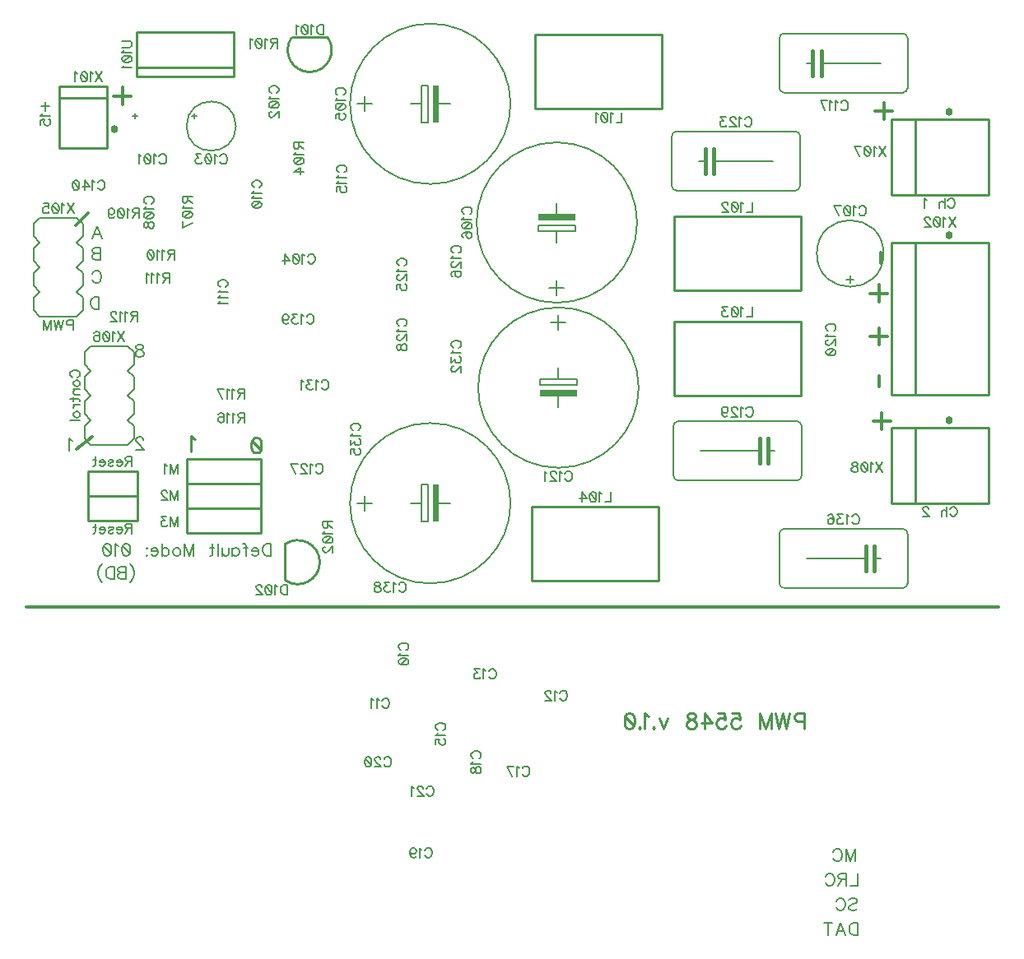
<source format=gbo>
G04 DipTrace 2.3.1.0*
%INamp_tas5631.gbo*%
%MOIN*%
%ADD10C,0.0098*%
%ADD14C,0.013*%
%ADD29C,0.006*%
%ADD33C,0.016*%
%ADD46C,0.0313*%
%ADD98C,0.0062*%
%ADD99C,0.0077*%
%ADD100C,0.0124*%
%ADD101C,0.0093*%
%FSLAX44Y44*%
G04*
G70*
G90*
G75*
G01*
%LNBotSilk*%
%LPD*%
X4125Y-4525D2*
G02X4125Y-4525I1000J0D01*
G01*
X4425Y-4025D2*
D29*
Y-4225D1*
X4525Y-4125D2*
X4325D1*
X6500Y-4525D2*
G02X6500Y-4525I1000J0D01*
G01*
X6800Y-4025D2*
Y-4225D1*
X6900Y-4125D2*
X6700D1*
X13120Y-3621D2*
G02X13120Y-3621I3250J0D01*
G01*
G36*
X16720Y-4371D2*
X16472D1*
Y-2871D1*
X16720D1*
Y-4371D1*
G37*
X16621Y-3621D2*
D29*
X17171D1*
X16021D2*
X15570D1*
X16021Y-4371D2*
Y-3621D1*
Y-2871D2*
X16270D1*
Y-4371D1*
X16021D1*
Y-3621D2*
Y-2871D1*
X13421Y-3621D2*
X14021D1*
X13720Y-3321D2*
Y-3921D1*
X18246Y-8434D2*
G02X18246Y-8434I3250J0D01*
G01*
G36*
X22246Y-8085D2*
X20746D1*
Y-8333D1*
X22246D1*
Y-8085D1*
G37*
X21496Y-8184D2*
D29*
Y-7634D1*
Y-8784D2*
Y-9234D1*
X22246Y-8784D2*
X21496D1*
X20746D2*
Y-8534D1*
X22246D1*
Y-8784D1*
X21496D2*
X20746D1*
X21496Y-11384D2*
Y-10784D1*
X21196Y-11084D2*
X21796D1*
X32025Y-9688D2*
G02X32025Y-9688I1350J0D01*
G01*
X33375Y-10887D2*
Y-10587D1*
X33225Y-10738D2*
X33525D1*
X31852Y-2468D2*
D33*
Y-1969D1*
X32202Y-2468D2*
Y-1969D1*
X34603D2*
D29*
X32202D1*
D33*
Y-1469D1*
X31602Y-1969D2*
D29*
X31852D1*
D33*
Y-1469D1*
X30703Y-3169D2*
D29*
X35502D1*
X35702Y-2969D2*
Y-968D1*
X35502Y-769D2*
X30703D1*
X30502Y-968D2*
Y-2969D1*
X35502Y-3169D2*
G03X35702Y-2969I0J200D01*
G01*
X35502Y-769D2*
G02X35702Y-968I1J-199D01*
G01*
X30502D2*
G02X30703Y-769I200J0D01*
G01*
X30502Y-2969D2*
G03X30703Y-3169I200J0D01*
G01*
X18309Y-15122D2*
G02X18309Y-15122I3250J0D01*
G01*
G36*
X20809Y-15472D2*
X22309D1*
Y-15223D1*
X20809D1*
Y-15472D1*
G37*
X21559Y-15372D2*
D29*
Y-15922D1*
Y-14772D2*
Y-14322D1*
X20809Y-14772D2*
X21559D1*
X22309D2*
Y-15022D1*
X20809D1*
Y-14772D1*
X21559D2*
X22309D1*
X21559Y-12172D2*
Y-12772D1*
X21859Y-12472D2*
X21258D1*
X27500Y-6437D2*
D33*
Y-5937D1*
X27850Y-6437D2*
Y-5937D1*
X30250D2*
D29*
X27850D1*
D33*
Y-5438D1*
X27250Y-5937D2*
D29*
X27500D1*
D33*
Y-5438D1*
X26350Y-7137D2*
D29*
X31150D1*
X31350Y-6938D2*
Y-4937D1*
X31150Y-4737D2*
X26350D1*
X26150Y-4937D2*
Y-6938D1*
X31150Y-7137D2*
G03X31350Y-6938I0J200D01*
G01*
X31150Y-4737D2*
G02X31350Y-4937I1J-199D01*
G01*
X26150D2*
G02X26350Y-4737I200J0D01*
G01*
X26150Y-6938D2*
G03X26350Y-7137I200J0D01*
G01*
X30063Y-17188D2*
D33*
Y-17687D1*
X29713Y-17188D2*
Y-17687D1*
X27312D2*
D29*
X29713D1*
D33*
Y-18187D1*
X30313Y-17687D2*
D29*
X30063D1*
D33*
Y-18187D1*
X31212Y-16487D2*
D29*
X26413D1*
X26212Y-16687D2*
Y-18688D1*
X26413Y-18887D2*
X31212D1*
X31412Y-18688D2*
Y-16687D1*
X26413Y-16487D2*
G03X26212Y-16687I0J-200D01*
G01*
X26413Y-18887D2*
G02X26212Y-18688I-1J199D01*
G01*
X31412D2*
G02X31212Y-18887I-200J0D01*
G01*
X31412Y-16687D2*
G03X31212Y-16487I-200J0D01*
G01*
X34352Y-21547D2*
D33*
Y-22047D1*
X34002Y-21547D2*
Y-22047D1*
X31602D2*
D29*
X34002D1*
D33*
Y-22547D1*
X34603Y-22047D2*
D29*
X34352D1*
D33*
Y-22547D1*
X35502Y-20847D2*
D29*
X30703D1*
X30502Y-21047D2*
Y-23047D1*
X30703Y-23247D2*
X35502D1*
X35702Y-23047D2*
Y-21047D1*
X30703Y-20847D2*
G03X30502Y-21047I0J-200D01*
G01*
X30703Y-23247D2*
G02X30502Y-23047I-1J199D01*
G01*
X35702D2*
G02X35502Y-23247I-200J0D01*
G01*
X35702Y-21047D2*
G03X35502Y-20847I-200J0D01*
G01*
X13120Y-19810D2*
G02X13120Y-19810I3250J0D01*
G01*
G36*
X16720Y-20560D2*
X16472D1*
Y-19060D1*
X16720D1*
Y-20560D1*
G37*
X16621Y-19810D2*
D29*
X17171D1*
X16021D2*
X15570D1*
X16021Y-20560D2*
Y-19810D1*
Y-19060D2*
X16270D1*
Y-20560D1*
X16021D1*
Y-19810D2*
Y-19060D1*
X13421Y-19810D2*
X14021D1*
X13720Y-19510D2*
Y-20111D1*
X12209Y-916D2*
D10*
X10791D1*
X12209D2*
G02X10747Y-942I-721J-525D01*
G01*
X10479Y-21479D2*
Y-22896D1*
Y-21479D2*
G02X10505Y-22940I525J-721D01*
G01*
X9500Y-19000D2*
Y-18000D1*
X6500D1*
Y-19000D2*
Y-18000D1*
X9500Y-19000D2*
X6500D1*
X9500Y-20000D2*
Y-19000D1*
X6500D1*
Y-20000D2*
Y-19000D1*
X9500Y-20000D2*
X6500D1*
X9500Y-21000D2*
Y-20000D1*
X6500D1*
Y-21000D2*
Y-20000D1*
X9500Y-21000D2*
X6500D1*
X25739Y-3808D2*
X20614D1*
X25739Y-808D2*
Y-3808D1*
Y-808D2*
X20614D1*
Y-3808D1*
X31368Y-11187D2*
X26243D1*
X31368Y-8187D2*
Y-11187D1*
Y-8187D2*
X26243D1*
Y-11187D1*
X31368Y-15437D2*
X26243D1*
X31368Y-12437D2*
Y-15437D1*
Y-12437D2*
X26243D1*
Y-15437D1*
X25618Y-22937D2*
X20493D1*
X25618Y-19937D2*
Y-22937D1*
Y-19937D2*
X20493D1*
Y-22937D1*
X4469Y-2500D2*
X8406D1*
Y-729D1*
X4469D1*
Y-2500D1*
Y-2146D2*
X8406D1*
X3281Y-5408D2*
X1340D1*
Y-2908D1*
X3281D1*
Y-5408D1*
X3250Y-3375D2*
X1375D1*
D46*
X3594Y-4656D3*
X38969Y-9248D2*
D10*
X35031D1*
Y-15429D1*
X38969D1*
Y-9248D1*
X36000Y-9250D2*
Y-15375D1*
D46*
X37373Y-8951D3*
X4500Y-18500D2*
D10*
Y-19500D1*
X2500Y-18500D2*
X4500D1*
X2500D2*
Y-19500D1*
X4500D1*
Y-20500D1*
X2500Y-19500D2*
X4500D1*
X2500D2*
Y-20500D1*
X4500D1*
X306Y-8496D2*
D29*
Y-8996D1*
X556Y-9246D1*
X306Y-9496D1*
Y-9996D1*
X556Y-10246D1*
X306Y-8496D2*
X556Y-8246D1*
Y-10246D2*
X306Y-10496D1*
Y-10996D1*
X556Y-11246D1*
X306Y-11496D2*
Y-11996D1*
Y-11496D2*
X556Y-11246D1*
X306Y-11996D2*
X556Y-12246D1*
X2056D1*
Y-9246D2*
X2306Y-8996D1*
X2056Y-10246D2*
X2306Y-9996D1*
Y-9496D1*
X2056Y-9246D1*
X556Y-8246D2*
X2056D1*
X2306Y-8496D1*
Y-8996D2*
Y-8496D1*
X2056Y-11246D2*
X2306Y-10996D1*
Y-10496D1*
X2056Y-10246D1*
Y-11246D2*
X2306Y-11496D1*
Y-11996D2*
Y-11496D1*
X2056Y-12246D2*
X2306Y-11996D1*
X4369Y-17185D2*
Y-16685D1*
X4119Y-16435D1*
X4369Y-16185D1*
Y-15685D1*
X4119Y-15435D1*
X4369Y-17185D2*
X4119Y-17435D1*
Y-15435D2*
X4369Y-15185D1*
Y-14685D1*
X4119Y-14435D1*
X4369Y-14185D2*
Y-13685D1*
Y-14185D2*
X4119Y-14435D1*
X4369Y-13685D2*
X4119Y-13435D1*
X2619D1*
Y-16435D2*
X2369Y-16685D1*
X2619Y-15435D2*
X2369Y-15685D1*
Y-16185D1*
X2619Y-16435D1*
X4119Y-17435D2*
X2619D1*
X2369Y-17185D1*
Y-16685D2*
Y-17185D1*
X2619Y-14435D2*
X2369Y-14685D1*
Y-15185D1*
X2619Y-15435D1*
Y-14435D2*
X2369Y-14185D1*
Y-13685D2*
Y-14185D1*
X2619Y-13435D2*
X2369Y-13685D1*
X38969Y-4248D2*
D10*
X35031D1*
Y-7307D1*
X38969D1*
Y-4248D1*
X36000Y-4250D2*
Y-7313D1*
D46*
X37373Y-3951D3*
X38969Y-16748D2*
D10*
X35031D1*
Y-19807D1*
X38969D1*
Y-16748D1*
X36000Y-16750D2*
Y-19813D1*
D46*
X37373Y-16451D3*
X2000Y-8563D2*
D14*
X2500Y-8063D1*
X2688Y-17125D2*
X2063Y-17625D1*
X0Y-24016D2*
X39370D1*
X15185Y-25753D2*
D98*
X15147Y-25734D1*
X15109Y-25696D1*
X15090Y-25658D1*
Y-25581D1*
X15109Y-25543D1*
X15147Y-25505D1*
X15185Y-25485D1*
X15243Y-25466D1*
X15339D1*
X15396Y-25485D1*
X15434Y-25505D1*
X15472Y-25543D1*
X15492Y-25581D1*
Y-25658D1*
X15472Y-25696D1*
X15434Y-25734D1*
X15396Y-25753D1*
X15167Y-25877D2*
X15147Y-25915D1*
X15090Y-25973D1*
X15492D1*
X15090Y-26211D2*
X15109Y-26154D1*
X15167Y-26115D1*
X15262Y-26096D1*
X15320D1*
X15415Y-26115D1*
X15473Y-26154D1*
X15492Y-26211D1*
Y-26249D1*
X15473Y-26307D1*
X15415Y-26345D1*
X15320Y-26364D1*
X15262D1*
X15167Y-26345D1*
X15109Y-26307D1*
X15090Y-26249D1*
Y-26211D1*
X15167Y-26345D2*
X15415Y-26115D1*
X14429Y-27810D2*
X14448Y-27772D1*
X14486Y-27734D1*
X14524Y-27715D1*
X14601D1*
X14639Y-27734D1*
X14677Y-27772D1*
X14697Y-27810D1*
X14716Y-27868D1*
Y-27964D1*
X14697Y-28021D1*
X14677Y-28059D1*
X14639Y-28097D1*
X14601Y-28117D1*
X14524D1*
X14486Y-28097D1*
X14448Y-28059D1*
X14429Y-28021D1*
X14305Y-27792D2*
X14267Y-27772D1*
X14209Y-27715D1*
Y-28117D1*
X14086Y-27792D2*
X14047Y-27772D1*
X13990Y-27715D1*
Y-28117D1*
X21622Y-27498D2*
X21641Y-27460D1*
X21679Y-27421D1*
X21717Y-27402D1*
X21794D1*
X21832Y-27421D1*
X21870Y-27460D1*
X21890Y-27498D1*
X21909Y-27555D1*
Y-27651D1*
X21890Y-27708D1*
X21870Y-27747D1*
X21832Y-27785D1*
X21794Y-27804D1*
X21717D1*
X21679Y-27785D1*
X21641Y-27747D1*
X21622Y-27708D1*
X21498Y-27479D2*
X21460Y-27460D1*
X21402Y-27403D1*
Y-27804D1*
X21259Y-27498D2*
Y-27479D1*
X21240Y-27441D1*
X21221Y-27422D1*
X21183Y-27403D1*
X21106D1*
X21068Y-27422D1*
X21049Y-27441D1*
X21030Y-27479D1*
Y-27517D1*
X21049Y-27556D1*
X21087Y-27613D1*
X21279Y-27804D1*
X21011D1*
X18747Y-26623D2*
X18766Y-26585D1*
X18804Y-26546D1*
X18842Y-26527D1*
X18919D1*
X18957Y-26546D1*
X18995Y-26585D1*
X19015Y-26623D1*
X19034Y-26680D1*
Y-26776D1*
X19015Y-26833D1*
X18995Y-26872D1*
X18957Y-26910D1*
X18919Y-26929D1*
X18842D1*
X18804Y-26910D1*
X18766Y-26872D1*
X18747Y-26833D1*
X18623Y-26604D2*
X18585Y-26585D1*
X18527Y-26528D1*
Y-26929D1*
X18365Y-26528D2*
X18155D1*
X18270Y-26681D1*
X18212D1*
X18174Y-26700D1*
X18155Y-26719D1*
X18136Y-26776D1*
Y-26814D1*
X18155Y-26872D1*
X18193Y-26910D1*
X18251Y-26929D1*
X18308D1*
X18365Y-26910D1*
X18384Y-26891D1*
X18404Y-26853D1*
X16685Y-29003D2*
X16647Y-28984D1*
X16609Y-28946D1*
X16590Y-28908D1*
Y-28831D1*
X16609Y-28793D1*
X16647Y-28755D1*
X16685Y-28735D1*
X16743Y-28716D1*
X16839D1*
X16896Y-28735D1*
X16934Y-28755D1*
X16972Y-28793D1*
X16992Y-28831D1*
Y-28908D1*
X16972Y-28946D1*
X16934Y-28984D1*
X16896Y-29003D1*
X16667Y-29127D2*
X16647Y-29165D1*
X16590Y-29223D1*
X16992D1*
X16590Y-29576D2*
Y-29385D1*
X16762Y-29366D1*
X16743Y-29385D1*
X16724Y-29442D1*
Y-29499D1*
X16743Y-29557D1*
X16781Y-29595D1*
X16839Y-29614D1*
X16877D1*
X16934Y-29595D1*
X16973Y-29557D1*
X16992Y-29499D1*
Y-29442D1*
X16973Y-29385D1*
X16953Y-29366D1*
X16915Y-29346D1*
X20099Y-30560D2*
X20118Y-30522D1*
X20157Y-30484D1*
X20195Y-30465D1*
X20271D1*
X20310Y-30484D1*
X20348Y-30522D1*
X20367Y-30560D1*
X20386Y-30618D1*
Y-30714D1*
X20367Y-30771D1*
X20348Y-30809D1*
X20310Y-30847D1*
X20271Y-30867D1*
X20195D1*
X20157Y-30847D1*
X20118Y-30809D1*
X20099Y-30771D1*
X19976Y-30542D2*
X19937Y-30522D1*
X19880Y-30465D1*
Y-30867D1*
X19680D2*
X19489Y-30465D1*
X19756D1*
X18123Y-30151D2*
X18085Y-30132D1*
X18046Y-30093D1*
X18027Y-30055D1*
Y-29979D1*
X18046Y-29940D1*
X18085Y-29902D1*
X18123Y-29883D1*
X18180Y-29864D1*
X18276D1*
X18333Y-29883D1*
X18372Y-29902D1*
X18410Y-29940D1*
X18429Y-29979D1*
Y-30055D1*
X18410Y-30093D1*
X18372Y-30132D1*
X18333Y-30151D1*
X18104Y-30274D2*
X18085Y-30313D1*
X18028Y-30370D1*
X18429D1*
X18028Y-30589D2*
X18047Y-30532D1*
X18085Y-30513D1*
X18123D1*
X18161Y-30532D1*
X18181Y-30570D1*
X18200Y-30647D1*
X18219Y-30704D1*
X18257Y-30742D1*
X18295Y-30761D1*
X18353D1*
X18391Y-30742D1*
X18410Y-30723D1*
X18429Y-30666D1*
Y-30589D1*
X18410Y-30532D1*
X18391Y-30513D1*
X18353Y-30494D1*
X18295D1*
X18257Y-30513D1*
X18219Y-30551D1*
X18200Y-30608D1*
X18181Y-30685D1*
X18161Y-30723D1*
X18123Y-30742D1*
X18085D1*
X18047Y-30723D1*
X18028Y-30666D1*
Y-30589D1*
X16152Y-33873D2*
X16172Y-33835D1*
X16210Y-33796D1*
X16248Y-33777D1*
X16324D1*
X16363Y-33796D1*
X16401Y-33835D1*
X16420Y-33873D1*
X16439Y-33930D1*
Y-34026D1*
X16420Y-34083D1*
X16401Y-34122D1*
X16363Y-34160D1*
X16324Y-34179D1*
X16248D1*
X16210Y-34160D1*
X16172Y-34122D1*
X16152Y-34083D1*
X16029Y-33854D2*
X15991Y-33835D1*
X15933Y-33778D1*
Y-34179D1*
X15561Y-33911D2*
X15580Y-33969D1*
X15618Y-34007D1*
X15676Y-34026D1*
X15695D1*
X15752Y-34007D1*
X15790Y-33969D1*
X15810Y-33911D1*
Y-33892D1*
X15790Y-33835D1*
X15752Y-33797D1*
X15695Y-33778D1*
X15676D1*
X15618Y-33797D1*
X15580Y-33835D1*
X15561Y-33911D1*
Y-34007D1*
X15580Y-34103D1*
X15618Y-34160D1*
X15676Y-34179D1*
X15714D1*
X15771Y-34160D1*
X15790Y-34122D1*
X14498Y-30185D2*
X14517Y-30147D1*
X14555Y-30109D1*
X14593Y-30090D1*
X14670D1*
X14708Y-30109D1*
X14746Y-30147D1*
X14766Y-30185D1*
X14785Y-30243D1*
Y-30339D1*
X14766Y-30396D1*
X14746Y-30434D1*
X14708Y-30472D1*
X14670Y-30492D1*
X14593D1*
X14555Y-30472D1*
X14517Y-30434D1*
X14498Y-30396D1*
X14355Y-30186D2*
Y-30167D1*
X14336Y-30128D1*
X14317Y-30109D1*
X14279Y-30090D1*
X14202D1*
X14164Y-30109D1*
X14145Y-30128D1*
X14126Y-30167D1*
Y-30205D1*
X14145Y-30243D1*
X14183Y-30300D1*
X14374Y-30492D1*
X14107D1*
X13868Y-30090D2*
X13926Y-30109D1*
X13964Y-30167D1*
X13983Y-30262D1*
Y-30320D1*
X13964Y-30415D1*
X13926Y-30473D1*
X13868Y-30492D1*
X13830D1*
X13773Y-30473D1*
X13735Y-30415D1*
X13715Y-30320D1*
Y-30262D1*
X13735Y-30167D1*
X13773Y-30109D1*
X13830Y-30090D1*
X13868D1*
X13735Y-30167D2*
X13964Y-30415D1*
X16224Y-31373D2*
X16244Y-31335D1*
X16282Y-31296D1*
X16320Y-31277D1*
X16396D1*
X16435Y-31296D1*
X16473Y-31335D1*
X16492Y-31373D1*
X16511Y-31430D1*
Y-31526D1*
X16492Y-31583D1*
X16473Y-31622D1*
X16435Y-31660D1*
X16396Y-31679D1*
X16320D1*
X16282Y-31660D1*
X16244Y-31622D1*
X16224Y-31583D1*
X16082Y-31373D2*
Y-31354D1*
X16063Y-31316D1*
X16043Y-31297D1*
X16005Y-31278D1*
X15929D1*
X15891Y-31297D1*
X15871Y-31316D1*
X15852Y-31354D1*
Y-31392D1*
X15871Y-31431D1*
X15910Y-31488D1*
X16101Y-31679D1*
X15833D1*
X15710Y-31354D2*
X15671Y-31335D1*
X15614Y-31278D1*
Y-31679D1*
X5397Y-5756D2*
X5416Y-5718D1*
X5454Y-5680D1*
X5492Y-5661D1*
X5569D1*
X5607Y-5680D1*
X5645Y-5718D1*
X5665Y-5756D1*
X5684Y-5814D1*
Y-5910D1*
X5665Y-5967D1*
X5645Y-6005D1*
X5607Y-6043D1*
X5569Y-6063D1*
X5492D1*
X5454Y-6043D1*
X5416Y-6005D1*
X5397Y-5967D1*
X5273Y-5738D2*
X5235Y-5718D1*
X5177Y-5661D1*
Y-6063D1*
X4939Y-5661D2*
X4996Y-5680D1*
X5035Y-5738D1*
X5054Y-5833D1*
Y-5891D1*
X5035Y-5986D1*
X4996Y-6044D1*
X4939Y-6063D1*
X4901D1*
X4843Y-6044D1*
X4805Y-5986D1*
X4786Y-5891D1*
Y-5833D1*
X4805Y-5738D1*
X4843Y-5680D1*
X4901Y-5661D1*
X4939D1*
X4805Y-5738D2*
X5035Y-5986D1*
X4662Y-5738D2*
X4624Y-5718D1*
X4566Y-5661D1*
Y-6063D1*
X9935Y-3183D2*
X9897Y-3164D1*
X9859Y-3125D1*
X9840Y-3087D1*
Y-3011D1*
X9859Y-2972D1*
X9897Y-2934D1*
X9935Y-2915D1*
X9993Y-2896D1*
X10089D1*
X10146Y-2915D1*
X10184Y-2934D1*
X10222Y-2972D1*
X10242Y-3011D1*
Y-3087D1*
X10222Y-3125D1*
X10184Y-3164D1*
X10146Y-3183D1*
X9917Y-3306D2*
X9897Y-3345D1*
X9840Y-3402D1*
X10242D1*
X9840Y-3641D2*
X9859Y-3583D1*
X9917Y-3545D1*
X10012Y-3526D1*
X10070D1*
X10165Y-3545D1*
X10223Y-3583D1*
X10242Y-3641D1*
Y-3679D1*
X10223Y-3736D1*
X10165Y-3774D1*
X10070Y-3794D1*
X10012D1*
X9917Y-3774D1*
X9859Y-3736D1*
X9840Y-3679D1*
Y-3641D1*
X9917Y-3774D2*
X10165Y-3545D1*
X9936Y-3937D2*
X9917D1*
X9878Y-3956D1*
X9859Y-3975D1*
X9840Y-4013D1*
Y-4090D1*
X9859Y-4128D1*
X9878Y-4147D1*
X9917Y-4166D1*
X9955D1*
X9993Y-4147D1*
X10050Y-4109D1*
X10242Y-3917D1*
Y-4185D1*
X7858Y-5756D2*
X7877Y-5718D1*
X7915Y-5680D1*
X7953Y-5661D1*
X8030D1*
X8068Y-5680D1*
X8106Y-5718D1*
X8125Y-5756D1*
X8144Y-5814D1*
Y-5910D1*
X8125Y-5967D1*
X8106Y-6005D1*
X8068Y-6043D1*
X8030Y-6063D1*
X7953D1*
X7915Y-6043D1*
X7877Y-6005D1*
X7858Y-5967D1*
X7734Y-5738D2*
X7696Y-5718D1*
X7638Y-5661D1*
Y-6063D1*
X7400Y-5661D2*
X7457Y-5680D1*
X7496Y-5738D1*
X7515Y-5833D1*
Y-5891D1*
X7496Y-5986D1*
X7457Y-6044D1*
X7400Y-6063D1*
X7362D1*
X7304Y-6044D1*
X7266Y-5986D1*
X7247Y-5891D1*
Y-5833D1*
X7266Y-5738D1*
X7304Y-5680D1*
X7362Y-5661D1*
X7400D1*
X7266Y-5738D2*
X7496Y-5986D1*
X7085Y-5661D2*
X6875D1*
X6989Y-5814D1*
X6932D1*
X6894Y-5833D1*
X6875Y-5852D1*
X6855Y-5910D1*
Y-5948D1*
X6875Y-6005D1*
X6913Y-6044D1*
X6970Y-6063D1*
X7028D1*
X7085Y-6044D1*
X7104Y-6024D1*
X7123Y-5986D1*
X11412Y-9801D2*
X11431Y-9763D1*
X11470Y-9724D1*
X11508Y-9705D1*
X11584D1*
X11623Y-9724D1*
X11661Y-9763D1*
X11680Y-9801D1*
X11699Y-9858D1*
Y-9954D1*
X11680Y-10011D1*
X11661Y-10050D1*
X11623Y-10088D1*
X11584Y-10107D1*
X11508D1*
X11470Y-10088D1*
X11431Y-10050D1*
X11412Y-10011D1*
X11289Y-9782D2*
X11250Y-9763D1*
X11193Y-9706D1*
Y-10107D1*
X10954Y-9706D2*
X11012Y-9725D1*
X11050Y-9782D1*
X11069Y-9878D1*
Y-9935D1*
X11050Y-10031D1*
X11012Y-10088D1*
X10954Y-10107D1*
X10916D1*
X10859Y-10088D1*
X10821Y-10031D1*
X10801Y-9935D1*
Y-9878D1*
X10821Y-9782D1*
X10859Y-9725D1*
X10916Y-9706D1*
X10954D1*
X10821Y-9782D2*
X11050Y-10031D1*
X10486Y-10107D2*
Y-9706D1*
X10678Y-9973D1*
X10391D1*
X12630Y-3263D2*
X12592Y-3244D1*
X12554Y-3206D1*
X12535Y-3168D1*
Y-3091D1*
X12554Y-3053D1*
X12592Y-3015D1*
X12630Y-2995D1*
X12688Y-2976D1*
X12784D1*
X12841Y-2995D1*
X12879Y-3015D1*
X12917Y-3053D1*
X12937Y-3091D1*
Y-3168D1*
X12917Y-3206D1*
X12879Y-3244D1*
X12841Y-3263D1*
X12612Y-3387D2*
X12592Y-3425D1*
X12535Y-3483D1*
X12937D1*
X12535Y-3721D2*
X12554Y-3664D1*
X12612Y-3625D1*
X12707Y-3606D1*
X12765D1*
X12860Y-3625D1*
X12918Y-3664D1*
X12937Y-3721D1*
Y-3759D1*
X12918Y-3817D1*
X12860Y-3855D1*
X12765Y-3874D1*
X12707D1*
X12612Y-3855D1*
X12554Y-3817D1*
X12535Y-3759D1*
Y-3721D1*
X12612Y-3855D2*
X12860Y-3625D1*
X12535Y-4227D2*
Y-4036D1*
X12707Y-4017D1*
X12688Y-4036D1*
X12669Y-4094D1*
Y-4151D1*
X12688Y-4208D1*
X12726Y-4247D1*
X12784Y-4266D1*
X12822D1*
X12879Y-4247D1*
X12918Y-4208D1*
X12937Y-4151D1*
Y-4094D1*
X12918Y-4036D1*
X12898Y-4017D1*
X12860Y-3998D1*
X17756Y-8086D2*
X17718Y-8067D1*
X17679Y-8029D1*
X17660Y-7991D1*
Y-7914D1*
X17679Y-7876D1*
X17718Y-7838D1*
X17756Y-7818D1*
X17813Y-7799D1*
X17909D1*
X17966Y-7818D1*
X18005Y-7838D1*
X18043Y-7876D1*
X18062Y-7914D1*
Y-7991D1*
X18043Y-8029D1*
X18005Y-8067D1*
X17966Y-8086D1*
X17737Y-8210D2*
X17718Y-8248D1*
X17661Y-8306D1*
X18062D1*
X17661Y-8544D2*
X17680Y-8487D1*
X17737Y-8448D1*
X17833Y-8429D1*
X17890D1*
X17986Y-8448D1*
X18043Y-8487D1*
X18062Y-8544D1*
Y-8582D1*
X18043Y-8640D1*
X17986Y-8678D1*
X17890Y-8697D1*
X17833D1*
X17737Y-8678D1*
X17680Y-8640D1*
X17661Y-8582D1*
Y-8544D1*
X17737Y-8678D2*
X17986Y-8448D1*
X17718Y-9050D2*
X17680Y-9031D1*
X17661Y-8974D1*
Y-8936D1*
X17680Y-8878D1*
X17737Y-8840D1*
X17833Y-8821D1*
X17928D1*
X18005Y-8840D1*
X18043Y-8878D1*
X18062Y-8936D1*
Y-8955D1*
X18043Y-9012D1*
X18005Y-9050D1*
X17947Y-9069D1*
X17928D1*
X17871Y-9050D1*
X17833Y-9012D1*
X17814Y-8955D1*
Y-8936D1*
X17833Y-8878D1*
X17871Y-8840D1*
X17928Y-8821D1*
X33733Y-7847D2*
X33752Y-7809D1*
X33790Y-7771D1*
X33828Y-7752D1*
X33905D1*
X33943Y-7771D1*
X33981Y-7809D1*
X34001Y-7847D1*
X34020Y-7905D1*
Y-8001D1*
X34001Y-8058D1*
X33981Y-8096D1*
X33943Y-8134D1*
X33905Y-8154D1*
X33828D1*
X33790Y-8134D1*
X33752Y-8096D1*
X33733Y-8058D1*
X33609Y-7829D2*
X33571Y-7809D1*
X33513Y-7752D1*
Y-8154D1*
X33275Y-7752D2*
X33332Y-7771D1*
X33371Y-7829D1*
X33390Y-7924D1*
Y-7982D1*
X33371Y-8077D1*
X33332Y-8135D1*
X33275Y-8154D1*
X33237D1*
X33179Y-8135D1*
X33141Y-8077D1*
X33122Y-7982D1*
Y-7924D1*
X33141Y-7829D1*
X33179Y-7771D1*
X33237Y-7752D1*
X33275D1*
X33141Y-7829D2*
X33371Y-8077D1*
X32922Y-8154D2*
X32730Y-7752D1*
X32998D1*
X4873Y-7665D2*
X4835Y-7646D1*
X4796Y-7607D1*
X4777Y-7569D1*
Y-7493D1*
X4796Y-7454D1*
X4835Y-7416D1*
X4873Y-7397D1*
X4930Y-7378D1*
X5026D1*
X5083Y-7397D1*
X5122Y-7416D1*
X5160Y-7454D1*
X5179Y-7493D1*
Y-7569D1*
X5160Y-7607D1*
X5122Y-7646D1*
X5083Y-7665D1*
X4854Y-7788D2*
X4835Y-7827D1*
X4778Y-7884D1*
X5179D1*
X4778Y-8123D2*
X4797Y-8065D1*
X4854Y-8027D1*
X4950Y-8008D1*
X5007D1*
X5103Y-8027D1*
X5160Y-8065D1*
X5179Y-8123D1*
Y-8161D1*
X5160Y-8218D1*
X5103Y-8256D1*
X5007Y-8276D1*
X4950D1*
X4854Y-8256D1*
X4797Y-8218D1*
X4778Y-8161D1*
Y-8123D1*
X4854Y-8256D2*
X5103Y-8027D1*
X4778Y-8495D2*
X4797Y-8438D1*
X4835Y-8418D1*
X4873D1*
X4911Y-8438D1*
X4931Y-8476D1*
X4950Y-8552D1*
X4969Y-8610D1*
X5007Y-8648D1*
X5045Y-8667D1*
X5103D1*
X5141Y-8648D1*
X5160Y-8629D1*
X5179Y-8571D1*
Y-8495D1*
X5160Y-8438D1*
X5141Y-8418D1*
X5103Y-8399D1*
X5045D1*
X5007Y-8418D1*
X4969Y-8457D1*
X4950Y-8514D1*
X4931Y-8590D1*
X4911Y-8629D1*
X4873Y-8648D1*
X4835D1*
X4797Y-8629D1*
X4778Y-8571D1*
Y-8495D1*
X9243Y-7015D2*
X9205Y-6996D1*
X9166Y-6957D1*
X9147Y-6919D1*
Y-6843D1*
X9166Y-6804D1*
X9205Y-6766D1*
X9243Y-6747D1*
X9300Y-6728D1*
X9396D1*
X9453Y-6747D1*
X9492Y-6766D1*
X9530Y-6804D1*
X9549Y-6843D1*
Y-6919D1*
X9530Y-6957D1*
X9492Y-6996D1*
X9453Y-7015D1*
X9224Y-7138D2*
X9205Y-7177D1*
X9148Y-7234D1*
X9549D1*
X9224Y-7358D2*
X9205Y-7396D1*
X9148Y-7454D1*
X9549D1*
X9148Y-7692D2*
X9167Y-7635D1*
X9224Y-7596D1*
X9320Y-7577D1*
X9377D1*
X9473Y-7596D1*
X9530Y-7635D1*
X9549Y-7692D1*
Y-7730D1*
X9530Y-7788D1*
X9473Y-7826D1*
X9377Y-7845D1*
X9320D1*
X9224Y-7826D1*
X9167Y-7788D1*
X9148Y-7730D1*
Y-7692D1*
X9224Y-7826D2*
X9473Y-7596D1*
X7873Y-11042D2*
X7835Y-11023D1*
X7796Y-10985D1*
X7777Y-10947D1*
Y-10870D1*
X7796Y-10832D1*
X7835Y-10794D1*
X7873Y-10774D1*
X7930Y-10755D1*
X8026D1*
X8083Y-10774D1*
X8122Y-10794D1*
X8160Y-10832D1*
X8179Y-10870D1*
Y-10947D1*
X8160Y-10985D1*
X8122Y-11023D1*
X8083Y-11042D1*
X7854Y-11166D2*
X7835Y-11204D1*
X7778Y-11262D1*
X8179D1*
X7854Y-11385D2*
X7835Y-11424D1*
X7778Y-11481D1*
X8179D1*
X7854Y-11605D2*
X7835Y-11643D1*
X7778Y-11701D1*
X8179D1*
X12681Y-6394D2*
X12643Y-6375D1*
X12604Y-6336D1*
X12585Y-6298D1*
Y-6222D1*
X12604Y-6183D1*
X12643Y-6145D1*
X12681Y-6126D1*
X12738Y-6107D1*
X12834D1*
X12891Y-6126D1*
X12930Y-6145D1*
X12968Y-6183D1*
X12987Y-6222D1*
Y-6298D1*
X12968Y-6336D1*
X12930Y-6375D1*
X12891Y-6394D1*
X12662Y-6517D2*
X12643Y-6556D1*
X12586Y-6613D1*
X12987D1*
X12662Y-6737D2*
X12643Y-6775D1*
X12586Y-6833D1*
X12987D1*
X12586Y-7186D2*
Y-6995D1*
X12758Y-6976D1*
X12739Y-6995D1*
X12719Y-7052D1*
Y-7109D1*
X12739Y-7167D1*
X12777Y-7205D1*
X12834Y-7224D1*
X12872D1*
X12930Y-7205D1*
X12968Y-7167D1*
X12987Y-7109D1*
Y-7052D1*
X12968Y-6995D1*
X12949Y-6976D1*
X12911Y-6956D1*
X32999Y-3591D2*
X33018Y-3553D1*
X33057Y-3514D1*
X33095Y-3495D1*
X33171D1*
X33210Y-3514D1*
X33248Y-3553D1*
X33267Y-3591D1*
X33286Y-3648D1*
Y-3744D1*
X33267Y-3801D1*
X33248Y-3840D1*
X33210Y-3878D1*
X33171Y-3897D1*
X33095D1*
X33057Y-3878D1*
X33018Y-3840D1*
X32999Y-3801D1*
X32876Y-3572D2*
X32837Y-3553D1*
X32780Y-3496D1*
Y-3897D1*
X32656Y-3572D2*
X32618Y-3553D1*
X32560Y-3496D1*
Y-3897D1*
X32360D2*
X32169Y-3496D1*
X32437D1*
X32488Y-12818D2*
X32450Y-12799D1*
X32412Y-12761D1*
X32393Y-12723D1*
Y-12646D1*
X32412Y-12608D1*
X32450Y-12570D1*
X32488Y-12551D1*
X32546Y-12532D1*
X32642D1*
X32699Y-12551D1*
X32737Y-12570D1*
X32775Y-12608D1*
X32795Y-12646D1*
Y-12723D1*
X32775Y-12761D1*
X32737Y-12799D1*
X32699Y-12818D1*
X32470Y-12942D2*
X32450Y-12980D1*
X32393Y-13038D1*
X32795D1*
X32489Y-13181D2*
X32470D1*
X32431Y-13200D1*
X32412Y-13219D1*
X32393Y-13257D1*
Y-13334D1*
X32412Y-13372D1*
X32431Y-13391D1*
X32470Y-13410D1*
X32508D1*
X32546Y-13391D1*
X32603Y-13353D1*
X32795Y-13161D1*
Y-13429D1*
X32393Y-13668D2*
X32412Y-13610D1*
X32470Y-13572D1*
X32565Y-13553D1*
X32623D1*
X32718Y-13572D1*
X32776Y-13610D1*
X32795Y-13668D1*
Y-13706D1*
X32776Y-13763D1*
X32718Y-13801D1*
X32623Y-13821D1*
X32565D1*
X32470Y-13801D1*
X32412Y-13763D1*
X32393Y-13706D1*
Y-13668D1*
X32470Y-13801D2*
X32718Y-13572D1*
X21830Y-18603D2*
X21849Y-18565D1*
X21888Y-18527D1*
X21926Y-18508D1*
X22002D1*
X22041Y-18527D1*
X22079Y-18565D1*
X22098Y-18603D1*
X22117Y-18661D1*
Y-18757D1*
X22098Y-18814D1*
X22079Y-18852D1*
X22041Y-18890D1*
X22002Y-18910D1*
X21926D1*
X21888Y-18890D1*
X21849Y-18852D1*
X21830Y-18814D1*
X21707Y-18585D2*
X21668Y-18565D1*
X21611Y-18508D1*
Y-18910D1*
X21468Y-18604D2*
Y-18585D1*
X21449Y-18546D1*
X21430Y-18527D1*
X21391Y-18508D1*
X21315D1*
X21277Y-18527D1*
X21258Y-18546D1*
X21238Y-18585D1*
Y-18623D1*
X21258Y-18661D1*
X21296Y-18718D1*
X21487Y-18910D1*
X21219D1*
X21096Y-18585D2*
X21057Y-18565D1*
X21000Y-18508D1*
Y-18910D1*
X29108Y-4247D2*
X29127Y-4209D1*
X29165Y-4171D1*
X29203Y-4152D1*
X29280D1*
X29318Y-4171D1*
X29356Y-4209D1*
X29376Y-4247D1*
X29395Y-4305D1*
Y-4401D1*
X29376Y-4458D1*
X29356Y-4496D1*
X29318Y-4534D1*
X29280Y-4554D1*
X29203D1*
X29165Y-4534D1*
X29127Y-4496D1*
X29108Y-4458D1*
X28984Y-4229D2*
X28946Y-4209D1*
X28888Y-4152D1*
Y-4554D1*
X28745Y-4248D2*
Y-4229D1*
X28726Y-4190D1*
X28707Y-4171D1*
X28669Y-4152D1*
X28592D1*
X28554Y-4171D1*
X28535Y-4190D1*
X28516Y-4229D1*
Y-4267D1*
X28535Y-4305D1*
X28573Y-4362D1*
X28765Y-4554D1*
X28497D1*
X28335Y-4152D2*
X28125D1*
X28239Y-4305D1*
X28182D1*
X28144Y-4324D1*
X28125Y-4343D1*
X28105Y-4401D1*
Y-4439D1*
X28125Y-4496D1*
X28163Y-4535D1*
X28220Y-4554D1*
X28278D1*
X28335Y-4535D1*
X28354Y-4515D1*
X28373Y-4477D1*
X15118Y-10183D2*
X15080Y-10164D1*
X15042Y-10125D1*
X15023Y-10087D1*
Y-10011D1*
X15042Y-9972D1*
X15080Y-9934D1*
X15118Y-9915D1*
X15176Y-9896D1*
X15272D1*
X15329Y-9915D1*
X15367Y-9934D1*
X15405Y-9972D1*
X15425Y-10011D1*
Y-10087D1*
X15405Y-10125D1*
X15367Y-10164D1*
X15329Y-10183D1*
X15100Y-10306D2*
X15080Y-10345D1*
X15023Y-10402D1*
X15425D1*
X15119Y-10545D2*
X15100D1*
X15061Y-10564D1*
X15042Y-10583D1*
X15023Y-10622D1*
Y-10698D1*
X15042Y-10736D1*
X15061Y-10755D1*
X15100Y-10775D1*
X15138D1*
X15176Y-10755D1*
X15233Y-10717D1*
X15425Y-10526D1*
Y-10794D1*
X15023Y-11147D2*
Y-10956D1*
X15195Y-10937D1*
X15176Y-10956D1*
X15157Y-11013D1*
Y-11070D1*
X15176Y-11128D1*
X15214Y-11166D1*
X15272Y-11185D1*
X15310D1*
X15367Y-11166D1*
X15406Y-11128D1*
X15425Y-11070D1*
Y-11013D1*
X15406Y-10956D1*
X15386Y-10937D1*
X15348Y-10917D1*
X17315Y-9663D2*
X17277Y-9644D1*
X17239Y-9606D1*
X17220Y-9568D1*
Y-9491D1*
X17239Y-9453D1*
X17277Y-9415D1*
X17315Y-9395D1*
X17373Y-9376D1*
X17468D1*
X17526Y-9395D1*
X17564Y-9415D1*
X17602Y-9453D1*
X17621Y-9491D1*
Y-9568D1*
X17602Y-9606D1*
X17564Y-9644D1*
X17526Y-9663D1*
X17296Y-9787D2*
X17277Y-9825D1*
X17220Y-9883D1*
X17621D1*
X17315Y-10026D2*
X17296D1*
X17258Y-10045D1*
X17239Y-10064D1*
X17220Y-10102D1*
Y-10179D1*
X17239Y-10217D1*
X17258Y-10236D1*
X17296Y-10255D1*
X17334D1*
X17373Y-10236D1*
X17430Y-10198D1*
X17621Y-10006D1*
Y-10274D1*
X17277Y-10627D2*
X17239Y-10608D1*
X17220Y-10551D1*
Y-10513D1*
X17239Y-10455D1*
X17296Y-10417D1*
X17392Y-10398D1*
X17487D1*
X17564Y-10417D1*
X17602Y-10455D1*
X17621Y-10513D1*
Y-10532D1*
X17602Y-10589D1*
X17564Y-10627D1*
X17506Y-10646D1*
X17487D1*
X17430Y-10627D1*
X17392Y-10589D1*
X17373Y-10532D1*
Y-10513D1*
X17392Y-10455D1*
X17430Y-10417D1*
X17487Y-10398D1*
X11733Y-18298D2*
X11752Y-18260D1*
X11790Y-18222D1*
X11828Y-18203D1*
X11905D1*
X11943Y-18222D1*
X11981Y-18260D1*
X12001Y-18298D1*
X12020Y-18356D1*
Y-18452D1*
X12001Y-18509D1*
X11981Y-18547D1*
X11943Y-18585D1*
X11905Y-18605D1*
X11828D1*
X11790Y-18585D1*
X11752Y-18547D1*
X11733Y-18509D1*
X11609Y-18280D2*
X11571Y-18260D1*
X11513Y-18203D1*
Y-18605D1*
X11370Y-18299D2*
Y-18280D1*
X11351Y-18241D1*
X11332Y-18222D1*
X11294Y-18203D1*
X11217D1*
X11179Y-18222D1*
X11160Y-18241D1*
X11141Y-18280D1*
Y-18318D1*
X11160Y-18356D1*
X11198Y-18413D1*
X11390Y-18605D1*
X11122D1*
X10922D2*
X10730Y-18203D1*
X10998D1*
X15118Y-12620D2*
X15080Y-12601D1*
X15042Y-12563D1*
X15023Y-12525D1*
Y-12448D1*
X15042Y-12410D1*
X15080Y-12372D1*
X15118Y-12352D1*
X15176Y-12333D1*
X15272D1*
X15329Y-12352D1*
X15367Y-12372D1*
X15405Y-12410D1*
X15425Y-12448D1*
Y-12525D1*
X15405Y-12563D1*
X15367Y-12601D1*
X15329Y-12620D1*
X15100Y-12744D2*
X15080Y-12782D1*
X15023Y-12840D1*
X15425D1*
X15119Y-12983D2*
X15100D1*
X15061Y-13002D1*
X15042Y-13021D1*
X15023Y-13059D1*
Y-13136D1*
X15042Y-13174D1*
X15061Y-13193D1*
X15100Y-13212D1*
X15138D1*
X15176Y-13193D1*
X15233Y-13155D1*
X15425Y-12963D1*
Y-13231D1*
X15023Y-13450D2*
X15042Y-13393D1*
X15080Y-13374D1*
X15119D1*
X15157Y-13393D1*
X15176Y-13431D1*
X15195Y-13508D1*
X15214Y-13565D1*
X15253Y-13603D1*
X15291Y-13622D1*
X15348D1*
X15386Y-13603D1*
X15406Y-13584D1*
X15425Y-13527D1*
Y-13450D1*
X15406Y-13393D1*
X15386Y-13374D1*
X15348Y-13355D1*
X15291D1*
X15253Y-13374D1*
X15214Y-13412D1*
X15195Y-13469D1*
X15176Y-13546D1*
X15157Y-13584D1*
X15119Y-13603D1*
X15080D1*
X15042Y-13584D1*
X15023Y-13527D1*
Y-13450D1*
X29161Y-15997D2*
X29180Y-15959D1*
X29218Y-15921D1*
X29256Y-15902D1*
X29333D1*
X29371Y-15921D1*
X29409Y-15959D1*
X29429Y-15997D1*
X29448Y-16055D1*
Y-16151D1*
X29429Y-16208D1*
X29409Y-16246D1*
X29371Y-16284D1*
X29333Y-16304D1*
X29256D1*
X29218Y-16284D1*
X29180Y-16246D1*
X29161Y-16208D1*
X29037Y-15979D2*
X28999Y-15959D1*
X28941Y-15902D1*
Y-16304D1*
X28798Y-15998D2*
Y-15979D1*
X28779Y-15940D1*
X28760Y-15921D1*
X28722Y-15902D1*
X28645D1*
X28607Y-15921D1*
X28588Y-15940D1*
X28569Y-15979D1*
Y-16017D1*
X28588Y-16055D1*
X28626Y-16112D1*
X28818Y-16304D1*
X28550D1*
X28177Y-16036D2*
X28197Y-16093D1*
X28235Y-16132D1*
X28292Y-16151D1*
X28311D1*
X28369Y-16132D1*
X28407Y-16093D1*
X28426Y-16036D1*
Y-16017D1*
X28407Y-15959D1*
X28369Y-15921D1*
X28311Y-15902D1*
X28292D1*
X28235Y-15921D1*
X28197Y-15959D1*
X28177Y-16036D1*
Y-16132D1*
X28197Y-16227D1*
X28235Y-16285D1*
X28292Y-16304D1*
X28330D1*
X28388Y-16285D1*
X28407Y-16246D1*
X11971Y-14907D2*
X11990Y-14869D1*
X12028Y-14830D1*
X12067Y-14811D1*
X12143D1*
X12181Y-14830D1*
X12220Y-14869D1*
X12239Y-14907D1*
X12258Y-14964D1*
Y-15060D1*
X12239Y-15117D1*
X12220Y-15156D1*
X12181Y-15194D1*
X12143Y-15213D1*
X12067D1*
X12028Y-15194D1*
X11990Y-15156D1*
X11971Y-15117D1*
X11848Y-14888D2*
X11809Y-14869D1*
X11752Y-14812D1*
Y-15213D1*
X11590Y-14812D2*
X11380D1*
X11494Y-14965D1*
X11437D1*
X11399Y-14984D1*
X11380Y-15003D1*
X11360Y-15060D1*
Y-15098D1*
X11380Y-15156D1*
X11418Y-15194D1*
X11475Y-15213D1*
X11533D1*
X11590Y-15194D1*
X11609Y-15175D1*
X11628Y-15137D1*
X11237Y-14888D2*
X11198Y-14869D1*
X11141Y-14812D1*
Y-15213D1*
X17315Y-13506D2*
X17277Y-13487D1*
X17239Y-13449D1*
X17220Y-13411D1*
Y-13334D1*
X17239Y-13296D1*
X17277Y-13258D1*
X17315Y-13238D1*
X17373Y-13219D1*
X17468D1*
X17526Y-13238D1*
X17564Y-13258D1*
X17602Y-13296D1*
X17621Y-13334D1*
Y-13411D1*
X17602Y-13449D1*
X17564Y-13487D1*
X17526Y-13506D1*
X17296Y-13630D2*
X17277Y-13668D1*
X17220Y-13726D1*
X17621D1*
X17220Y-13888D2*
Y-14098D1*
X17373Y-13983D1*
Y-14040D1*
X17392Y-14079D1*
X17411Y-14098D1*
X17468Y-14117D1*
X17506D1*
X17564Y-14098D1*
X17602Y-14060D1*
X17621Y-14002D1*
Y-13945D1*
X17602Y-13888D1*
X17583Y-13868D1*
X17545Y-13849D1*
X17315Y-14260D2*
X17296D1*
X17258Y-14279D1*
X17239Y-14298D1*
X17220Y-14336D1*
Y-14413D1*
X17239Y-14451D1*
X17258Y-14470D1*
X17296Y-14489D1*
X17334D1*
X17373Y-14470D1*
X17430Y-14432D1*
X17621Y-14241D1*
Y-14508D1*
X13243Y-16852D2*
X13205Y-16833D1*
X13167Y-16794D1*
X13148Y-16756D1*
Y-16680D1*
X13167Y-16641D1*
X13205Y-16603D1*
X13243Y-16584D1*
X13301Y-16565D1*
X13397D1*
X13454Y-16584D1*
X13492Y-16603D1*
X13530Y-16641D1*
X13550Y-16680D1*
Y-16756D1*
X13530Y-16794D1*
X13492Y-16833D1*
X13454Y-16852D1*
X13225Y-16975D2*
X13205Y-17014D1*
X13148Y-17071D1*
X13550D1*
X13148Y-17233D2*
Y-17443D1*
X13301Y-17329D1*
Y-17386D1*
X13320Y-17424D1*
X13339Y-17443D1*
X13397Y-17463D1*
X13435D1*
X13492Y-17443D1*
X13531Y-17405D1*
X13550Y-17348D1*
Y-17290D1*
X13531Y-17233D1*
X13511Y-17214D1*
X13473Y-17195D1*
X13148Y-17816D2*
Y-17625D1*
X13320Y-17606D1*
X13301Y-17625D1*
X13282Y-17682D1*
Y-17739D1*
X13301Y-17797D1*
X13339Y-17835D1*
X13397Y-17854D1*
X13435D1*
X13492Y-17835D1*
X13531Y-17797D1*
X13550Y-17739D1*
Y-17682D1*
X13531Y-17625D1*
X13511Y-17606D1*
X13473Y-17586D1*
X33450Y-20357D2*
X33469Y-20319D1*
X33508Y-20280D1*
X33546Y-20261D1*
X33622D1*
X33661Y-20280D1*
X33699Y-20319D1*
X33718Y-20357D1*
X33737Y-20414D1*
Y-20510D1*
X33718Y-20567D1*
X33699Y-20606D1*
X33661Y-20644D1*
X33622Y-20663D1*
X33546D1*
X33508Y-20644D1*
X33469Y-20606D1*
X33450Y-20567D1*
X33327Y-20338D2*
X33288Y-20319D1*
X33231Y-20262D1*
Y-20663D1*
X33069Y-20262D2*
X32859D1*
X32973Y-20415D1*
X32916D1*
X32878Y-20434D1*
X32859Y-20453D1*
X32839Y-20510D1*
Y-20548D1*
X32859Y-20606D1*
X32897Y-20644D1*
X32954Y-20663D1*
X33012D1*
X33069Y-20644D1*
X33088Y-20625D1*
X33107Y-20587D1*
X32486Y-20319D2*
X32505Y-20281D1*
X32563Y-20262D1*
X32601D1*
X32658Y-20281D1*
X32697Y-20338D1*
X32716Y-20434D1*
Y-20529D1*
X32697Y-20606D1*
X32658Y-20644D1*
X32601Y-20663D1*
X32582D1*
X32525Y-20644D1*
X32486Y-20606D1*
X32467Y-20548D1*
Y-20529D1*
X32486Y-20472D1*
X32525Y-20434D1*
X32582Y-20415D1*
X32601D1*
X32658Y-20434D1*
X32697Y-20472D1*
X32716Y-20529D1*
X15103Y-23104D2*
X15122Y-23066D1*
X15160Y-23027D1*
X15198Y-23008D1*
X15275D1*
X15313Y-23027D1*
X15351Y-23066D1*
X15371Y-23104D1*
X15390Y-23161D1*
Y-23257D1*
X15371Y-23314D1*
X15351Y-23353D1*
X15313Y-23391D1*
X15275Y-23410D1*
X15198D1*
X15160Y-23391D1*
X15122Y-23353D1*
X15103Y-23314D1*
X14979Y-23085D2*
X14941Y-23066D1*
X14884Y-23009D1*
Y-23410D1*
X14722Y-23009D2*
X14511D1*
X14626Y-23162D1*
X14569D1*
X14531Y-23181D1*
X14511Y-23200D1*
X14492Y-23257D1*
Y-23295D1*
X14511Y-23353D1*
X14550Y-23391D1*
X14607Y-23410D1*
X14664D1*
X14722Y-23391D1*
X14741Y-23372D1*
X14760Y-23334D1*
X14273Y-23009D2*
X14330Y-23028D1*
X14350Y-23066D1*
Y-23104D1*
X14330Y-23142D1*
X14292Y-23162D1*
X14216Y-23181D1*
X14158Y-23200D1*
X14120Y-23238D1*
X14101Y-23276D1*
Y-23334D1*
X14120Y-23372D1*
X14139Y-23391D1*
X14197Y-23410D1*
X14273D1*
X14330Y-23391D1*
X14350Y-23372D1*
X14369Y-23334D1*
Y-23276D1*
X14350Y-23238D1*
X14311Y-23200D1*
X14254Y-23181D1*
X14178Y-23162D1*
X14139Y-23142D1*
X14120Y-23104D1*
Y-23066D1*
X14139Y-23028D1*
X14197Y-23009D1*
X14273D1*
X11374Y-12238D2*
X11393Y-12200D1*
X11432Y-12162D1*
X11470Y-12143D1*
X11546D1*
X11585Y-12162D1*
X11623Y-12200D1*
X11642Y-12238D1*
X11661Y-12296D1*
Y-12392D1*
X11642Y-12449D1*
X11623Y-12487D1*
X11585Y-12525D1*
X11546Y-12545D1*
X11470D1*
X11432Y-12525D1*
X11393Y-12487D1*
X11374Y-12449D1*
X11251Y-12220D2*
X11212Y-12200D1*
X11155Y-12143D1*
Y-12545D1*
X10993Y-12143D2*
X10783D1*
X10897Y-12296D1*
X10840D1*
X10802Y-12315D1*
X10783Y-12334D1*
X10763Y-12392D1*
Y-12430D1*
X10783Y-12487D1*
X10821Y-12526D1*
X10878Y-12545D1*
X10936D1*
X10993Y-12526D1*
X11012Y-12506D1*
X11031Y-12468D1*
X10391Y-12277D2*
X10410Y-12334D1*
X10448Y-12373D1*
X10506Y-12392D1*
X10525D1*
X10582Y-12373D1*
X10620Y-12334D1*
X10640Y-12277D1*
Y-12258D1*
X10620Y-12200D1*
X10582Y-12162D1*
X10525Y-12143D1*
X10506D1*
X10448Y-12162D1*
X10410Y-12200D1*
X10391Y-12277D1*
Y-12373D1*
X10410Y-12468D1*
X10448Y-12526D1*
X10506Y-12545D1*
X10544D1*
X10601Y-12526D1*
X10620Y-12487D1*
X2908Y-6810D2*
X2927Y-6772D1*
X2965Y-6734D1*
X3003Y-6715D1*
X3080D1*
X3118Y-6734D1*
X3156Y-6772D1*
X3176Y-6810D1*
X3195Y-6868D1*
Y-6964D1*
X3176Y-7021D1*
X3156Y-7059D1*
X3118Y-7097D1*
X3080Y-7117D1*
X3003D1*
X2965Y-7097D1*
X2927Y-7059D1*
X2908Y-7021D1*
X2784Y-6792D2*
X2746Y-6772D1*
X2688Y-6715D1*
Y-7117D1*
X2373D2*
Y-6715D1*
X2565Y-6983D1*
X2278D1*
X2039Y-6715D2*
X2097Y-6734D1*
X2135Y-6792D1*
X2154Y-6887D1*
Y-6945D1*
X2135Y-7040D1*
X2097Y-7098D1*
X2039Y-7117D1*
X2001D1*
X1944Y-7098D1*
X1906Y-7040D1*
X1886Y-6945D1*
Y-6887D1*
X1906Y-6792D1*
X1944Y-6734D1*
X2001Y-6715D1*
X2039D1*
X1906Y-6792D2*
X2135Y-7040D1*
X12036Y-414D2*
Y-816D1*
X11902D1*
X11845Y-796D1*
X11806Y-758D1*
X11787Y-720D1*
X11768Y-663D1*
Y-567D1*
X11787Y-509D1*
X11806Y-471D1*
X11845Y-433D1*
X11902Y-414D1*
X12036D1*
X11645Y-491D2*
X11606Y-471D1*
X11549Y-414D1*
Y-816D1*
X11310Y-414D2*
X11368Y-433D1*
X11406Y-491D1*
X11425Y-586D1*
Y-644D1*
X11406Y-739D1*
X11368Y-797D1*
X11310Y-816D1*
X11272D1*
X11215Y-797D1*
X11177Y-739D1*
X11157Y-644D1*
Y-586D1*
X11177Y-491D1*
X11215Y-433D1*
X11272Y-414D1*
X11310D1*
X11177Y-491D2*
X11406Y-739D1*
X11034Y-491D2*
X10995Y-471D1*
X10938Y-414D1*
Y-816D1*
X10573Y-23115D2*
Y-23517D1*
X10439D1*
X10381Y-23497D1*
X10343Y-23459D1*
X10324Y-23421D1*
X10305Y-23364D1*
Y-23268D1*
X10324Y-23210D1*
X10343Y-23172D1*
X10381Y-23134D1*
X10439Y-23115D1*
X10573D1*
X10181Y-23192D2*
X10143Y-23172D1*
X10085Y-23115D1*
Y-23517D1*
X9847Y-23115D2*
X9904Y-23134D1*
X9943Y-23192D1*
X9962Y-23287D1*
Y-23345D1*
X9943Y-23440D1*
X9904Y-23498D1*
X9847Y-23517D1*
X9809D1*
X9751Y-23498D1*
X9713Y-23440D1*
X9694Y-23345D1*
Y-23287D1*
X9713Y-23192D1*
X9751Y-23134D1*
X9809Y-23115D1*
X9847D1*
X9713Y-23192D2*
X9943Y-23440D1*
X9551Y-23211D2*
Y-23192D1*
X9532Y-23153D1*
X9513Y-23134D1*
X9474Y-23115D1*
X9398D1*
X9360Y-23134D1*
X9341Y-23153D1*
X9321Y-23192D1*
Y-23230D1*
X9341Y-23268D1*
X9379Y-23325D1*
X9570Y-23517D1*
X9302D1*
X5832Y-18629D2*
Y-18227D1*
X5985Y-18629D1*
X6138Y-18227D1*
Y-18629D1*
X5708Y-18304D2*
X5670Y-18284D1*
X5612Y-18227D1*
Y-18629D1*
X5855Y-19691D2*
Y-19289D1*
X6008Y-19691D1*
X6161Y-19289D1*
Y-19691D1*
X5712Y-19385D2*
Y-19366D1*
X5693Y-19328D1*
X5674Y-19309D1*
X5636Y-19290D1*
X5559D1*
X5521Y-19309D1*
X5502Y-19328D1*
X5483Y-19366D1*
Y-19404D1*
X5502Y-19443D1*
X5540Y-19500D1*
X5732Y-19691D1*
X5464D1*
X5855Y-20754D2*
Y-20352D1*
X6008Y-20754D1*
X6161Y-20352D1*
Y-20754D1*
X5693Y-20352D2*
X5483D1*
X5598Y-20505D1*
X5540D1*
X5502Y-20524D1*
X5483Y-20543D1*
X5464Y-20601D1*
Y-20639D1*
X5483Y-20696D1*
X5521Y-20735D1*
X5579Y-20754D1*
X5636D1*
X5693Y-20735D1*
X5712Y-20715D1*
X5732Y-20677D1*
X24129Y-3973D2*
Y-4374D1*
X23899D1*
X23776Y-4049D2*
X23737Y-4030D1*
X23680Y-3973D1*
Y-4374D1*
X23441Y-3973D2*
X23499Y-3992D1*
X23537Y-4049D1*
X23556Y-4145D1*
Y-4202D1*
X23537Y-4298D1*
X23499Y-4355D1*
X23441Y-4374D1*
X23403D1*
X23346Y-4355D1*
X23308Y-4298D1*
X23288Y-4202D1*
Y-4145D1*
X23308Y-4049D1*
X23346Y-3992D1*
X23403Y-3973D1*
X23441D1*
X23308Y-4049D2*
X23537Y-4298D1*
X23165Y-4049D2*
X23126Y-4030D1*
X23069Y-3973D1*
Y-4374D1*
X29406Y-7602D2*
Y-8004D1*
X29177D1*
X29053Y-7679D2*
X29015Y-7659D1*
X28957Y-7602D1*
Y-8004D1*
X28719Y-7602D2*
X28776Y-7621D1*
X28815Y-7679D1*
X28834Y-7774D1*
Y-7832D1*
X28815Y-7927D1*
X28776Y-7985D1*
X28719Y-8004D1*
X28681D1*
X28623Y-7985D1*
X28585Y-7927D1*
X28566Y-7832D1*
Y-7774D1*
X28585Y-7679D1*
X28623Y-7621D1*
X28681Y-7602D1*
X28719D1*
X28585Y-7679D2*
X28815Y-7927D1*
X28423Y-7698D2*
Y-7679D1*
X28404Y-7640D1*
X28385Y-7621D1*
X28346Y-7602D1*
X28270D1*
X28232Y-7621D1*
X28213Y-7640D1*
X28193Y-7679D1*
Y-7717D1*
X28213Y-7755D1*
X28251Y-7812D1*
X28442Y-8004D1*
X28174D1*
X29406Y-11852D2*
Y-12254D1*
X29177D1*
X29053Y-11929D2*
X29015Y-11909D1*
X28957Y-11852D1*
Y-12254D1*
X28719Y-11852D2*
X28776Y-11871D1*
X28815Y-11929D1*
X28834Y-12024D1*
Y-12082D1*
X28815Y-12177D1*
X28776Y-12235D1*
X28719Y-12254D1*
X28681D1*
X28623Y-12235D1*
X28585Y-12177D1*
X28566Y-12082D1*
Y-12024D1*
X28585Y-11929D1*
X28623Y-11871D1*
X28681Y-11852D1*
X28719D1*
X28585Y-11929D2*
X28815Y-12177D1*
X28404Y-11852D2*
X28194D1*
X28308Y-12005D1*
X28251D1*
X28213Y-12024D1*
X28194Y-12043D1*
X28174Y-12101D1*
Y-12139D1*
X28194Y-12196D1*
X28232Y-12235D1*
X28289Y-12254D1*
X28347D1*
X28404Y-12235D1*
X28423Y-12215D1*
X28442Y-12177D1*
X23666Y-19352D2*
Y-19754D1*
X23436D1*
X23313Y-19429D2*
X23274Y-19409D1*
X23217Y-19352D1*
Y-19754D1*
X22978Y-19352D2*
X23036Y-19371D1*
X23074Y-19429D1*
X23093Y-19524D1*
Y-19582D1*
X23074Y-19677D1*
X23036Y-19735D1*
X22978Y-19754D1*
X22940D1*
X22883Y-19735D1*
X22845Y-19677D1*
X22825Y-19582D1*
Y-19524D1*
X22845Y-19429D1*
X22883Y-19371D1*
X22940Y-19352D1*
X22978D1*
X22845Y-19429D2*
X23074Y-19677D1*
X22510Y-19754D2*
Y-19352D1*
X22702Y-19620D1*
X22415D1*
X10173Y-1156D2*
X10001D1*
X9944Y-1137D1*
X9924Y-1118D1*
X9905Y-1080D1*
Y-1041D1*
X9924Y-1003D1*
X9944Y-984D1*
X10001Y-965D1*
X10173D1*
Y-1367D1*
X10039Y-1156D2*
X9905Y-1367D1*
X9782Y-1042D2*
X9743Y-1022D1*
X9686Y-965D1*
Y-1367D1*
X9447Y-965D2*
X9505Y-984D1*
X9543Y-1042D1*
X9562Y-1137D1*
Y-1195D1*
X9543Y-1290D1*
X9505Y-1348D1*
X9447Y-1367D1*
X9409D1*
X9352Y-1348D1*
X9314Y-1290D1*
X9294Y-1195D1*
Y-1137D1*
X9314Y-1042D1*
X9352Y-984D1*
X9409Y-965D1*
X9447D1*
X9314Y-1042D2*
X9543Y-1290D1*
X9171Y-1042D2*
X9132Y-1022D1*
X9075Y-965D1*
Y-1367D1*
X12219Y-20551D2*
Y-20723D1*
X12199Y-20781D1*
X12180Y-20800D1*
X12142Y-20819D1*
X12104D1*
X12066Y-20800D1*
X12046Y-20781D1*
X12027Y-20723D1*
Y-20551D1*
X12429D1*
X12219Y-20685D2*
X12429Y-20819D1*
X12104Y-20943D2*
X12085Y-20981D1*
X12028Y-21039D1*
X12429D1*
X12028Y-21277D2*
X12047Y-21220D1*
X12104Y-21181D1*
X12200Y-21162D1*
X12257D1*
X12353Y-21181D1*
X12410Y-21220D1*
X12429Y-21277D1*
Y-21315D1*
X12410Y-21373D1*
X12353Y-21411D1*
X12257Y-21430D1*
X12200D1*
X12104Y-21411D1*
X12047Y-21373D1*
X12028Y-21315D1*
Y-21277D1*
X12104Y-21411D2*
X12353Y-21181D1*
X12123Y-21573D2*
X12104D1*
X12066Y-21592D1*
X12047Y-21611D1*
X12028Y-21650D1*
Y-21726D1*
X12047Y-21764D1*
X12066Y-21783D1*
X12104Y-21803D1*
X12142D1*
X12181Y-21783D1*
X12238Y-21745D1*
X12429Y-21554D1*
Y-21822D1*
X11043Y-5195D2*
Y-5367D1*
X11024Y-5425D1*
X11005Y-5444D1*
X10967Y-5463D1*
X10928D1*
X10890Y-5444D1*
X10871Y-5425D1*
X10852Y-5367D1*
Y-5195D1*
X11254D1*
X11043Y-5329D2*
X11254Y-5463D1*
X10929Y-5587D2*
X10909Y-5625D1*
X10852Y-5683D1*
X11254D1*
X10852Y-5921D2*
X10871Y-5864D1*
X10929Y-5825D1*
X11024Y-5806D1*
X11082D1*
X11177Y-5825D1*
X11235Y-5864D1*
X11254Y-5921D1*
Y-5959D1*
X11235Y-6017D1*
X11177Y-6055D1*
X11082Y-6074D1*
X11024D1*
X10929Y-6055D1*
X10871Y-6017D1*
X10852Y-5959D1*
Y-5921D1*
X10929Y-6055D2*
X11177Y-5825D1*
X11254Y-6389D2*
X10852D1*
X11120Y-6198D1*
Y-6485D1*
X6531Y-7366D2*
Y-7538D1*
X6512Y-7595D1*
X6493Y-7615D1*
X6455Y-7634D1*
X6416D1*
X6378Y-7615D1*
X6359Y-7595D1*
X6340Y-7538D1*
Y-7366D1*
X6742D1*
X6531Y-7500D2*
X6742Y-7634D1*
X6417Y-7757D2*
X6397Y-7796D1*
X6340Y-7853D1*
X6742D1*
X6340Y-8092D2*
X6359Y-8034D1*
X6417Y-7996D1*
X6512Y-7977D1*
X6570D1*
X6665Y-7996D1*
X6723Y-8034D1*
X6742Y-8092D1*
Y-8130D1*
X6723Y-8187D1*
X6665Y-8225D1*
X6570Y-8245D1*
X6512D1*
X6417Y-8225D1*
X6359Y-8187D1*
X6340Y-8130D1*
Y-8092D1*
X6417Y-8225D2*
X6665Y-7996D1*
X6742Y-8445D2*
X6340Y-8636D1*
Y-8368D1*
X4589Y-8043D2*
X4417D1*
X4359Y-8024D1*
X4340Y-8005D1*
X4321Y-7967D1*
Y-7928D1*
X4340Y-7890D1*
X4359Y-7871D1*
X4417Y-7852D1*
X4589D1*
Y-8254D1*
X4455Y-8043D2*
X4321Y-8254D1*
X4197Y-7929D2*
X4159Y-7909D1*
X4102Y-7852D1*
Y-8254D1*
X3863Y-7852D2*
X3921Y-7871D1*
X3959Y-7929D1*
X3978Y-8024D1*
Y-8082D1*
X3959Y-8177D1*
X3921Y-8235D1*
X3863Y-8254D1*
X3825D1*
X3768Y-8235D1*
X3730Y-8177D1*
X3710Y-8082D1*
Y-8024D1*
X3730Y-7929D1*
X3768Y-7871D1*
X3825Y-7852D1*
X3863D1*
X3730Y-7929D2*
X3959Y-8177D1*
X3338Y-7986D2*
X3357Y-8043D1*
X3395Y-8082D1*
X3453Y-8101D1*
X3472D1*
X3529Y-8082D1*
X3567Y-8043D1*
X3587Y-7986D1*
Y-7967D1*
X3567Y-7909D1*
X3529Y-7871D1*
X3472Y-7852D1*
X3453D1*
X3395Y-7871D1*
X3357Y-7909D1*
X3338Y-7986D1*
Y-8082D1*
X3357Y-8177D1*
X3395Y-8235D1*
X3453Y-8254D1*
X3491D1*
X3548Y-8235D1*
X3567Y-8196D1*
X6012Y-9731D2*
X5840D1*
X5783Y-9711D1*
X5764Y-9692D1*
X5745Y-9654D1*
Y-9616D1*
X5764Y-9578D1*
X5783Y-9558D1*
X5840Y-9539D1*
X6012D1*
Y-9941D1*
X5878Y-9731D2*
X5745Y-9941D1*
X5621Y-9616D2*
X5583Y-9597D1*
X5525Y-9540D1*
Y-9941D1*
X5402Y-9616D2*
X5363Y-9597D1*
X5306Y-9540D1*
Y-9941D1*
X5067Y-9540D2*
X5125Y-9559D1*
X5163Y-9616D1*
X5182Y-9712D1*
Y-9769D1*
X5163Y-9865D1*
X5125Y-9922D1*
X5067Y-9941D1*
X5029D1*
X4972Y-9922D1*
X4934Y-9865D1*
X4914Y-9769D1*
Y-9712D1*
X4934Y-9616D1*
X4972Y-9559D1*
X5029Y-9540D1*
X5067D1*
X4934Y-9616D2*
X5163Y-9865D1*
X5801Y-10668D2*
X5629D1*
X5572Y-10649D1*
X5553Y-10630D1*
X5534Y-10592D1*
Y-10553D1*
X5553Y-10515D1*
X5572Y-10496D1*
X5629Y-10477D1*
X5801D1*
Y-10879D1*
X5667Y-10668D2*
X5534Y-10879D1*
X5410Y-10554D2*
X5372Y-10534D1*
X5314Y-10477D1*
Y-10879D1*
X5191Y-10554D2*
X5152Y-10534D1*
X5095Y-10477D1*
Y-10879D1*
X4971Y-10554D2*
X4933Y-10534D1*
X4875Y-10477D1*
Y-10879D1*
X4512Y-12231D2*
X4340D1*
X4283Y-12211D1*
X4264Y-12192D1*
X4245Y-12154D1*
Y-12116D1*
X4264Y-12078D1*
X4283Y-12058D1*
X4340Y-12039D1*
X4512D1*
Y-12441D1*
X4378Y-12231D2*
X4245Y-12441D1*
X4121Y-12116D2*
X4083Y-12097D1*
X4025Y-12040D1*
Y-12441D1*
X3902Y-12116D2*
X3863Y-12097D1*
X3806Y-12040D1*
Y-12441D1*
X3663Y-12135D2*
Y-12116D1*
X3644Y-12078D1*
X3625Y-12059D1*
X3586Y-12040D1*
X3510D1*
X3472Y-12059D1*
X3453Y-12078D1*
X3433Y-12116D1*
Y-12154D1*
X3453Y-12193D1*
X3491Y-12250D1*
X3682Y-12441D1*
X3414D1*
X8853Y-16339D2*
X8681D1*
X8624Y-16319D1*
X8604Y-16300D1*
X8585Y-16262D1*
Y-16224D1*
X8604Y-16186D1*
X8624Y-16166D1*
X8681Y-16147D1*
X8853D1*
Y-16549D1*
X8719Y-16339D2*
X8585Y-16549D1*
X8462Y-16224D2*
X8423Y-16205D1*
X8366Y-16148D1*
Y-16549D1*
X8242Y-16224D2*
X8204Y-16205D1*
X8146Y-16148D1*
Y-16549D1*
X7793Y-16205D2*
X7812Y-16167D1*
X7870Y-16148D1*
X7908D1*
X7965Y-16167D1*
X8004Y-16224D1*
X8023Y-16320D1*
Y-16415D1*
X8004Y-16492D1*
X7965Y-16530D1*
X7908Y-16549D1*
X7889D1*
X7832Y-16530D1*
X7793Y-16492D1*
X7774Y-16434D1*
Y-16415D1*
X7793Y-16358D1*
X7832Y-16320D1*
X7889Y-16301D1*
X7908D1*
X7965Y-16320D1*
X8004Y-16358D1*
X8023Y-16415D1*
X8850Y-15357D2*
X8678D1*
X8620Y-15337D1*
X8601Y-15318D1*
X8582Y-15280D1*
Y-15242D1*
X8601Y-15204D1*
X8620Y-15184D1*
X8678Y-15165D1*
X8850D1*
Y-15567D1*
X8716Y-15357D2*
X8582Y-15567D1*
X8458Y-15242D2*
X8420Y-15223D1*
X8362Y-15166D1*
Y-15567D1*
X8239Y-15242D2*
X8200Y-15223D1*
X8143Y-15166D1*
Y-15567D1*
X7943D2*
X7751Y-15166D1*
X8019D1*
X3883Y-1066D2*
X4170D1*
X4228Y-1085D1*
X4266Y-1123D1*
X4285Y-1180D1*
Y-1218D1*
X4266Y-1276D1*
X4228Y-1314D1*
X4170Y-1333D1*
X3883D1*
X3960Y-1457D2*
X3941Y-1495D1*
X3884Y-1553D1*
X4285D1*
X3884Y-1791D2*
X3903Y-1734D1*
X3960Y-1695D1*
X4056Y-1676D1*
X4113D1*
X4209Y-1695D1*
X4266Y-1734D1*
X4285Y-1791D1*
Y-1829D1*
X4266Y-1887D1*
X4209Y-1925D1*
X4113Y-1944D1*
X4056D1*
X3960Y-1925D1*
X3903Y-1887D1*
X3884Y-1829D1*
Y-1791D1*
X3960Y-1925D2*
X4209Y-1695D1*
X3960Y-2068D2*
X3941Y-2106D1*
X3884Y-2164D1*
X4285D1*
X3094Y-2322D2*
X2826Y-2724D1*
Y-2322D2*
X3094Y-2724D1*
X2703Y-2399D2*
X2664Y-2380D1*
X2607Y-2323D1*
Y-2724D1*
X2368Y-2323D2*
X2426Y-2342D1*
X2464Y-2399D1*
X2483Y-2495D1*
Y-2552D1*
X2464Y-2648D1*
X2426Y-2705D1*
X2368Y-2724D1*
X2330D1*
X2273Y-2705D1*
X2235Y-2648D1*
X2215Y-2552D1*
Y-2495D1*
X2235Y-2399D1*
X2273Y-2342D1*
X2330Y-2323D1*
X2368D1*
X2235Y-2399D2*
X2464Y-2648D1*
X2092Y-2399D2*
X2053Y-2380D1*
X1996Y-2323D1*
Y-2724D1*
X613Y-3727D2*
X958D1*
X786Y-3555D2*
Y-3900D1*
X661Y-4023D2*
X642Y-4062D1*
X585Y-4119D1*
X986D1*
X585Y-4472D2*
Y-4281D1*
X757Y-4262D1*
X738Y-4281D1*
X718Y-4339D1*
Y-4396D1*
X738Y-4453D1*
X776Y-4492D1*
X833Y-4511D1*
X871D1*
X929Y-4492D1*
X967Y-4453D1*
X986Y-4396D1*
Y-4339D1*
X967Y-4281D1*
X948Y-4262D1*
X910Y-4243D1*
X37635Y-8209D2*
X37367Y-8611D1*
Y-8209D2*
X37635Y-8611D1*
X37244Y-8286D2*
X37205Y-8267D1*
X37148Y-8210D1*
Y-8611D1*
X36909Y-8210D2*
X36967Y-8229D1*
X37005Y-8286D1*
X37024Y-8382D1*
Y-8439D1*
X37005Y-8535D1*
X36967Y-8592D1*
X36909Y-8611D1*
X36871D1*
X36814Y-8592D1*
X36776Y-8535D1*
X36756Y-8439D1*
Y-8382D1*
X36776Y-8286D1*
X36814Y-8229D1*
X36871Y-8210D1*
X36909D1*
X36776Y-8286D2*
X37005Y-8535D1*
X36613Y-8305D2*
Y-8286D1*
X36594Y-8248D1*
X36575Y-8229D1*
X36537Y-8210D1*
X36460D1*
X36422Y-8229D1*
X36403Y-8248D1*
X36384Y-8286D1*
Y-8324D1*
X36403Y-8363D1*
X36441Y-8420D1*
X36633Y-8611D1*
X36365D1*
X4292Y-18106D2*
X4120D1*
X4063Y-18086D1*
X4043Y-18067D1*
X4024Y-18029D1*
Y-17991D1*
X4043Y-17953D1*
X4063Y-17933D1*
X4120Y-17914D1*
X4292D1*
Y-18316D1*
X4158Y-18106D2*
X4024Y-18316D1*
X3901Y-18163D2*
X3671D1*
Y-18125D1*
X3690Y-18086D1*
X3709Y-18067D1*
X3748Y-18048D1*
X3805D1*
X3843Y-18067D1*
X3882Y-18106D1*
X3901Y-18163D1*
Y-18201D1*
X3882Y-18259D1*
X3843Y-18297D1*
X3805Y-18316D1*
X3748D1*
X3709Y-18297D1*
X3671Y-18259D1*
X3337Y-18106D2*
X3356Y-18067D1*
X3414Y-18048D1*
X3471D1*
X3529Y-18067D1*
X3548Y-18106D1*
X3529Y-18144D1*
X3490Y-18163D1*
X3395Y-18182D1*
X3356Y-18201D1*
X3337Y-18240D1*
Y-18259D1*
X3356Y-18297D1*
X3414Y-18316D1*
X3471D1*
X3529Y-18297D1*
X3548Y-18259D1*
X3214Y-18163D2*
X2984D1*
Y-18125D1*
X3003Y-18086D1*
X3022Y-18067D1*
X3061Y-18048D1*
X3118D1*
X3156Y-18067D1*
X3195Y-18106D1*
X3214Y-18163D1*
Y-18201D1*
X3195Y-18259D1*
X3156Y-18297D1*
X3118Y-18316D1*
X3061D1*
X3022Y-18297D1*
X2984Y-18259D1*
X2803Y-17914D2*
Y-18240D1*
X2784Y-18297D1*
X2746Y-18316D1*
X2708D1*
X2861Y-18048D2*
X2727D1*
X4292Y-20827D2*
X4120D1*
X4063Y-20808D1*
X4043Y-20789D1*
X4024Y-20751D1*
Y-20712D1*
X4043Y-20674D1*
X4063Y-20655D1*
X4120Y-20636D1*
X4292D1*
Y-21038D1*
X4158Y-20827D2*
X4024Y-21038D1*
X3901Y-20885D2*
X3671D1*
Y-20846D1*
X3690Y-20808D1*
X3709Y-20789D1*
X3748Y-20770D1*
X3805D1*
X3843Y-20789D1*
X3882Y-20827D1*
X3901Y-20885D1*
Y-20923D1*
X3882Y-20980D1*
X3843Y-21018D1*
X3805Y-21038D1*
X3748D1*
X3709Y-21018D1*
X3671Y-20980D1*
X3337Y-20827D2*
X3356Y-20789D1*
X3414Y-20770D1*
X3471D1*
X3529Y-20789D1*
X3548Y-20827D1*
X3529Y-20865D1*
X3490Y-20885D1*
X3395Y-20904D1*
X3356Y-20923D1*
X3337Y-20961D1*
Y-20980D1*
X3356Y-21018D1*
X3414Y-21038D1*
X3471D1*
X3529Y-21018D1*
X3548Y-20980D1*
X3214Y-20885D2*
X2984D1*
Y-20846D1*
X3003Y-20808D1*
X3022Y-20789D1*
X3061Y-20770D1*
X3118D1*
X3156Y-20789D1*
X3195Y-20827D1*
X3214Y-20885D1*
Y-20923D1*
X3195Y-20980D1*
X3156Y-21018D1*
X3118Y-21038D1*
X3061D1*
X3022Y-21018D1*
X2984Y-20980D1*
X2803Y-20636D2*
Y-20961D1*
X2784Y-21018D1*
X2746Y-21038D1*
X2708D1*
X2861Y-20770D2*
X2727D1*
X1941Y-7661D2*
X1674Y-8063D1*
Y-7661D2*
X1941Y-8063D1*
X1550Y-7738D2*
X1512Y-7718D1*
X1454Y-7661D1*
Y-8063D1*
X1216Y-7661D2*
X1273Y-7680D1*
X1312Y-7738D1*
X1331Y-7833D1*
Y-7891D1*
X1312Y-7986D1*
X1273Y-8044D1*
X1216Y-8063D1*
X1178D1*
X1120Y-8044D1*
X1082Y-7986D1*
X1063Y-7891D1*
Y-7833D1*
X1082Y-7738D1*
X1120Y-7680D1*
X1178Y-7661D1*
X1216D1*
X1082Y-7738D2*
X1312Y-7986D1*
X710Y-7661D2*
X901D1*
X920Y-7833D1*
X901Y-7814D1*
X843Y-7795D1*
X786D1*
X729Y-7814D1*
X690Y-7852D1*
X671Y-7910D1*
Y-7948D1*
X690Y-8005D1*
X729Y-8044D1*
X786Y-8063D1*
X843D1*
X901Y-8044D1*
X920Y-8024D1*
X939Y-7986D1*
X1908Y-12593D2*
X1736D1*
X1679Y-12574D1*
X1659Y-12554D1*
X1640Y-12516D1*
Y-12459D1*
X1659Y-12421D1*
X1679Y-12401D1*
X1736Y-12382D1*
X1908D1*
Y-12784D1*
X1517Y-12382D2*
X1421Y-12784D1*
X1325Y-12382D1*
X1230Y-12784D1*
X1134Y-12382D1*
X704Y-12784D2*
Y-12382D1*
X857Y-12784D1*
X1010Y-12382D1*
Y-12784D1*
X3995Y-12849D2*
X3727Y-13251D1*
Y-12849D2*
X3995Y-13251D1*
X3603Y-12926D2*
X3565Y-12907D1*
X3507Y-12850D1*
Y-13251D1*
X3269Y-12850D2*
X3326Y-12869D1*
X3365Y-12926D1*
X3384Y-13022D1*
Y-13079D1*
X3365Y-13175D1*
X3326Y-13232D1*
X3269Y-13251D1*
X3231D1*
X3173Y-13232D1*
X3135Y-13175D1*
X3116Y-13079D1*
Y-13022D1*
X3135Y-12926D1*
X3173Y-12869D1*
X3231Y-12850D1*
X3269D1*
X3135Y-12926D2*
X3365Y-13175D1*
X2763Y-12907D2*
X2782Y-12869D1*
X2839Y-12850D1*
X2877D1*
X2935Y-12869D1*
X2973Y-12926D1*
X2992Y-13022D1*
Y-13117D1*
X2973Y-13194D1*
X2935Y-13232D1*
X2877Y-13251D1*
X2858D1*
X2801Y-13232D1*
X2763Y-13194D1*
X2744Y-13136D1*
Y-13117D1*
X2763Y-13060D1*
X2801Y-13022D1*
X2858Y-13003D1*
X2877D1*
X2935Y-13022D1*
X2973Y-13060D1*
X2992Y-13117D1*
X1879Y-14701D2*
X1841Y-14682D1*
X1803Y-14643D1*
X1784Y-14605D1*
Y-14529D1*
X1803Y-14490D1*
X1841Y-14452D1*
X1879Y-14433D1*
X1936Y-14414D1*
X2032D1*
X2089Y-14433D1*
X2128Y-14452D1*
X2166Y-14490D1*
X2185Y-14529D1*
Y-14605D1*
X2166Y-14643D1*
X2128Y-14682D1*
X2089Y-14701D1*
X1917Y-14920D2*
X1936Y-14882D1*
X1975Y-14843D1*
X2032Y-14824D1*
X2070D1*
X2128Y-14843D1*
X2166Y-14882D1*
X2185Y-14920D1*
Y-14977D1*
X2166Y-15016D1*
X2128Y-15054D1*
X2070Y-15073D1*
X2032D1*
X1975Y-15054D1*
X1936Y-15016D1*
X1917Y-14977D1*
Y-14920D1*
Y-15197D2*
X2185D1*
X1994D2*
X1936Y-15254D1*
X1917Y-15293D1*
Y-15350D1*
X1936Y-15388D1*
X1994Y-15407D1*
X2185D1*
X1784Y-15588D2*
X2109D1*
X2166Y-15607D1*
X2185Y-15646D1*
Y-15684D1*
X1917Y-15531D2*
Y-15665D1*
Y-15807D2*
X2185D1*
X2032D2*
X1975Y-15826D1*
X1936Y-15865D1*
X1917Y-15903D1*
Y-15960D1*
Y-16179D2*
X1936Y-16141D1*
X1975Y-16103D1*
X2032Y-16084D1*
X2070D1*
X2128Y-16103D1*
X2166Y-16141D1*
X2185Y-16179D1*
Y-16237D1*
X2166Y-16275D1*
X2128Y-16313D1*
X2070Y-16333D1*
X2032D1*
X1975Y-16313D1*
X1936Y-16275D1*
X1917Y-16237D1*
Y-16179D1*
X1784Y-16456D2*
X2185D1*
X34823Y-5334D2*
X34555Y-5736D1*
Y-5334D2*
X34823Y-5736D1*
X34431Y-5411D2*
X34393Y-5392D1*
X34335Y-5335D1*
Y-5736D1*
X34097Y-5335D2*
X34154Y-5354D1*
X34193Y-5411D1*
X34212Y-5507D1*
Y-5564D1*
X34193Y-5660D1*
X34154Y-5717D1*
X34097Y-5736D1*
X34059D1*
X34001Y-5717D1*
X33963Y-5660D1*
X33944Y-5564D1*
Y-5507D1*
X33963Y-5411D1*
X34001Y-5354D1*
X34059Y-5335D1*
X34097D1*
X33963Y-5411D2*
X34193Y-5660D1*
X33744Y-5736D2*
X33552Y-5335D1*
X33820D1*
X37328Y-7544D2*
X37347Y-7506D1*
X37385Y-7467D1*
X37423Y-7448D1*
X37500D1*
X37538Y-7467D1*
X37576Y-7506D1*
X37596Y-7544D1*
X37615Y-7601D1*
Y-7697D1*
X37596Y-7754D1*
X37576Y-7793D1*
X37538Y-7831D1*
X37500Y-7850D1*
X37423D1*
X37385Y-7831D1*
X37347Y-7793D1*
X37328Y-7754D1*
X37204Y-7448D2*
Y-7850D1*
Y-7659D2*
X37147Y-7601D1*
X37108Y-7582D1*
X37051D1*
X37013Y-7601D1*
X36994Y-7659D1*
Y-7850D1*
X36481Y-7525D2*
X36443Y-7506D1*
X36385Y-7449D1*
Y-7850D1*
X34697Y-18147D2*
X34429Y-18549D1*
Y-18147D2*
X34697Y-18549D1*
X34306Y-18224D2*
X34268Y-18204D1*
X34210Y-18147D1*
Y-18549D1*
X33972Y-18147D2*
X34029Y-18166D1*
X34068Y-18224D1*
X34087Y-18319D1*
Y-18377D1*
X34068Y-18472D1*
X34029Y-18530D1*
X33972Y-18549D1*
X33934D1*
X33876Y-18530D1*
X33838Y-18472D1*
X33819Y-18377D1*
Y-18319D1*
X33838Y-18224D1*
X33876Y-18166D1*
X33934Y-18147D1*
X33972D1*
X33838Y-18224D2*
X34068Y-18472D1*
X33600Y-18147D2*
X33657Y-18166D1*
X33676Y-18204D1*
Y-18243D1*
X33657Y-18281D1*
X33619Y-18300D1*
X33542Y-18319D1*
X33485Y-18338D1*
X33447Y-18377D1*
X33428Y-18415D1*
Y-18472D1*
X33447Y-18510D1*
X33466Y-18530D1*
X33523Y-18549D1*
X33600D1*
X33657Y-18530D1*
X33676Y-18510D1*
X33695Y-18472D1*
Y-18415D1*
X33676Y-18377D1*
X33638Y-18338D1*
X33581Y-18319D1*
X33504Y-18300D1*
X33466Y-18281D1*
X33447Y-18243D1*
Y-18204D1*
X33466Y-18166D1*
X33523Y-18147D1*
X33600D1*
X37414Y-20044D2*
X37433Y-20006D1*
X37471Y-19967D1*
X37509Y-19948D1*
X37586D1*
X37624Y-19967D1*
X37662Y-20006D1*
X37682Y-20044D1*
X37701Y-20101D1*
Y-20197D1*
X37682Y-20254D1*
X37662Y-20293D1*
X37624Y-20331D1*
X37586Y-20350D1*
X37509D1*
X37471Y-20331D1*
X37433Y-20293D1*
X37414Y-20254D1*
X37290Y-19948D2*
Y-20350D1*
Y-20159D2*
X37233Y-20101D1*
X37194Y-20082D1*
X37137D1*
X37099Y-20101D1*
X37080Y-20159D1*
Y-20350D1*
X36548Y-20044D2*
Y-20025D1*
X36529Y-19987D1*
X36510Y-19968D1*
X36471Y-19949D1*
X36395D1*
X36357Y-19968D1*
X36338Y-19987D1*
X36318Y-20025D1*
Y-20063D1*
X36338Y-20102D1*
X36376Y-20159D1*
X36567Y-20350D1*
X36299D1*
X34532Y-10954D2*
D100*
Y-11643D1*
X34876Y-11299D2*
X34187D1*
X34537Y-14645D2*
Y-15087D1*
X34389Y-3909D2*
X35078D1*
X34734Y-3565D2*
Y-4253D1*
X34657Y-16142D2*
Y-16831D1*
X35001Y-16487D2*
X34312D1*
X3907Y-2954D2*
Y-3643D1*
X4251Y-3299D2*
X3562D1*
X6831Y-17210D2*
D101*
X6774Y-17181D1*
X6687Y-17095D1*
Y-17698D1*
X9354Y-17158D2*
X9441Y-17186D1*
X9498Y-17273D1*
X9527Y-17416D1*
Y-17502D1*
X9498Y-17645D1*
X9441Y-17732D1*
X9354Y-17760D1*
X9297D1*
X9211Y-17732D1*
X9154Y-17645D1*
X9125Y-17502D1*
Y-17416D1*
X9154Y-17273D1*
X9211Y-17186D1*
X9297Y-17158D1*
X9354D1*
X9154Y-17273D2*
X9498Y-17645D1*
X31514Y-28645D2*
X31255D1*
X31170Y-28617D1*
X31140Y-28587D1*
X31112Y-28530D1*
Y-28444D1*
X31140Y-28387D1*
X31170Y-28358D1*
X31255Y-28330D1*
X31514D1*
Y-28932D1*
X30927Y-28330D2*
X30783Y-28932D1*
X30639Y-28330D1*
X30496Y-28932D1*
X30352Y-28330D1*
X29708Y-28932D2*
Y-28330D1*
X29937Y-28932D1*
X30167Y-28330D1*
Y-28932D1*
X28595Y-28330D2*
X28882D1*
X28910Y-28588D1*
X28882Y-28560D1*
X28796Y-28530D1*
X28710D1*
X28624Y-28560D1*
X28566Y-28617D1*
X28538Y-28703D1*
Y-28760D1*
X28566Y-28846D1*
X28624Y-28904D1*
X28710Y-28932D1*
X28796D1*
X28882Y-28904D1*
X28910Y-28875D1*
X28939Y-28818D1*
X28008Y-28330D2*
X28295D1*
X28323Y-28588D1*
X28295Y-28560D1*
X28208Y-28530D1*
X28123D1*
X28037Y-28560D1*
X27979Y-28617D1*
X27950Y-28703D1*
Y-28760D1*
X27979Y-28846D1*
X28037Y-28904D1*
X28123Y-28932D1*
X28208D1*
X28295Y-28904D1*
X28323Y-28875D1*
X28352Y-28818D1*
X27478Y-28932D2*
Y-28330D1*
X27765Y-28731D1*
X27335D1*
X27006Y-28330D2*
X27092Y-28359D1*
X27121Y-28416D1*
Y-28473D1*
X27092Y-28530D1*
X27035Y-28560D1*
X26920Y-28588D1*
X26834Y-28617D1*
X26777Y-28674D1*
X26748Y-28731D1*
Y-28818D1*
X26777Y-28875D1*
X26805Y-28904D1*
X26891Y-28932D1*
X27006D1*
X27092Y-28904D1*
X27121Y-28875D1*
X27149Y-28818D1*
Y-28731D1*
X27121Y-28674D1*
X27063Y-28617D1*
X26978Y-28588D1*
X26863Y-28560D1*
X26805Y-28530D1*
X26777Y-28473D1*
Y-28416D1*
X26805Y-28359D1*
X26891Y-28330D1*
X27006D1*
X25980Y-28530D2*
X25807Y-28932D1*
X25635Y-28530D1*
X25422Y-28875D2*
X25450Y-28904D1*
X25422Y-28932D1*
X25392Y-28904D1*
X25422Y-28875D1*
X25207Y-28445D2*
X25149Y-28416D1*
X25063Y-28330D1*
Y-28932D1*
X24849Y-28875D2*
X24878Y-28904D1*
X24849Y-28932D1*
X24820Y-28904D1*
X24849Y-28875D1*
X24463Y-28330D2*
X24549Y-28359D1*
X24607Y-28445D1*
X24635Y-28588D1*
Y-28674D1*
X24607Y-28818D1*
X24549Y-28904D1*
X24463Y-28932D1*
X24406D1*
X24319Y-28904D1*
X24262Y-28818D1*
X24233Y-28674D1*
Y-28588D1*
X24262Y-28445D1*
X24319Y-28359D1*
X24406Y-28330D1*
X24463D1*
X24262Y-28445D2*
X24607Y-28818D1*
X1870Y-17288D2*
D99*
X1822Y-17264D1*
X1750Y-17192D1*
Y-17694D1*
X4748Y-17249D2*
Y-17225D1*
X4724Y-17177D1*
X4700Y-17154D1*
X4652Y-17130D1*
X4556D1*
X4509Y-17154D1*
X4485Y-17177D1*
X4461Y-17225D1*
Y-17273D1*
X4485Y-17321D1*
X4533Y-17392D1*
X4772Y-17632D1*
X4437D1*
X4652Y-13380D2*
X4723Y-13404D1*
X4748Y-13451D1*
Y-13500D1*
X4723Y-13547D1*
X4676Y-13571D1*
X4580Y-13595D1*
X4508Y-13619D1*
X4461Y-13667D1*
X4437Y-13715D1*
Y-13786D1*
X4461Y-13834D1*
X4485Y-13858D1*
X4556Y-13882D1*
X4652D1*
X4723Y-13858D1*
X4748Y-13834D1*
X4771Y-13786D1*
Y-13715D1*
X4748Y-13667D1*
X4700Y-13619D1*
X4628Y-13595D1*
X4533Y-13571D1*
X4485Y-13547D1*
X4461Y-13500D1*
Y-13451D1*
X4485Y-13404D1*
X4556Y-13380D1*
X4652D1*
X33200Y-34317D2*
Y-33815D1*
X33392Y-34317D1*
X33583Y-33815D1*
Y-34317D1*
X32687Y-33934D2*
X32711Y-33887D1*
X32759Y-33839D1*
X32807Y-33815D1*
X32902D1*
X32950Y-33839D1*
X32998Y-33887D1*
X33022Y-33934D1*
X33046Y-34006D1*
Y-34126D1*
X33022Y-34198D1*
X32998Y-34246D1*
X32950Y-34293D1*
X32902Y-34317D1*
X32807D1*
X32759Y-34293D1*
X32711Y-34246D1*
X32687Y-34198D1*
X33664Y-34815D2*
Y-35317D1*
X33377D1*
X33223Y-35054D2*
X33008D1*
X32936Y-35030D1*
X32912Y-35006D1*
X32888Y-34959D1*
Y-34911D1*
X32912Y-34863D1*
X32936Y-34839D1*
X33008Y-34815D1*
X33223D1*
Y-35317D1*
X33055Y-35054D2*
X32888Y-35317D1*
X32375Y-34934D2*
X32399Y-34887D1*
X32447Y-34839D1*
X32494Y-34815D1*
X32590D1*
X32638Y-34839D1*
X32686Y-34887D1*
X32710Y-34934D1*
X32734Y-35006D1*
Y-35126D1*
X32710Y-35197D1*
X32686Y-35246D1*
X32638Y-35293D1*
X32590Y-35317D1*
X32494D1*
X32447Y-35293D1*
X32399Y-35246D1*
X32375Y-35197D1*
X33325Y-35887D2*
X33373Y-35839D1*
X33445Y-35815D1*
X33540D1*
X33612Y-35839D1*
X33660Y-35887D1*
Y-35934D1*
X33636Y-35982D1*
X33612Y-36006D1*
X33565Y-36030D1*
X33421Y-36078D1*
X33373Y-36102D1*
X33349Y-36126D1*
X33325Y-36174D1*
Y-36245D1*
X33373Y-36293D1*
X33445Y-36317D1*
X33540D1*
X33612Y-36293D1*
X33660Y-36245D1*
X32812Y-35934D2*
X32836Y-35887D1*
X32884Y-35839D1*
X32932Y-35815D1*
X33027D1*
X33075Y-35839D1*
X33123Y-35887D1*
X33147Y-35934D1*
X33171Y-36006D1*
Y-36126D1*
X33147Y-36197D1*
X33123Y-36245D1*
X33075Y-36293D1*
X33027Y-36317D1*
X32932D1*
X32884Y-36293D1*
X32836Y-36245D1*
X32812Y-36197D1*
X33674Y-36815D2*
Y-37317D1*
X33507D1*
X33435Y-37293D1*
X33387Y-37245D1*
X33363Y-37197D1*
X33339Y-37126D1*
Y-37006D1*
X33363Y-36934D1*
X33387Y-36887D1*
X33435Y-36839D1*
X33507Y-36815D1*
X33674D1*
X32802Y-37317D2*
X32994Y-36815D1*
X33185Y-37317D1*
X33113Y-37150D2*
X32874D1*
X32480Y-36815D2*
Y-37317D1*
X32647Y-36815D2*
X32312D1*
X34532Y-12704D2*
D100*
Y-13393D1*
X34876Y-13049D2*
X34187D1*
X34599Y-9645D2*
Y-10087D1*
X2687Y-9071D2*
D99*
X2879Y-8568D1*
X3071Y-9071D1*
X2999Y-8903D2*
X2759D1*
X2687Y-10500D2*
X2711Y-10453D1*
X2759Y-10405D1*
X2807Y-10381D1*
X2902D1*
X2951Y-10405D1*
X2998Y-10453D1*
X3022Y-10500D1*
X3046Y-10572D1*
Y-10692D1*
X3022Y-10763D1*
X2998Y-10812D1*
X2951Y-10859D1*
X2902Y-10883D1*
X2807D1*
X2759Y-10859D1*
X2711Y-10812D1*
X2687Y-10763D1*
X3022Y-9443D2*
Y-9946D1*
X2807D1*
X2735Y-9922D1*
X2711Y-9898D1*
X2687Y-9850D1*
Y-9778D1*
X2711Y-9730D1*
X2735Y-9707D1*
X2807Y-9683D1*
X2735Y-9658D1*
X2711Y-9635D1*
X2687Y-9587D1*
Y-9539D1*
X2711Y-9492D1*
X2735Y-9467D1*
X2807Y-9443D1*
X3022D1*
Y-9683D2*
X2807D1*
X2960Y-11443D2*
Y-11946D1*
X2792D1*
X2721Y-11922D1*
X2673Y-11874D1*
X2649Y-11826D1*
X2625Y-11755D1*
Y-11635D1*
X2649Y-11563D1*
X2673Y-11515D1*
X2721Y-11467D1*
X2792Y-11443D1*
X2960D1*
X9918Y-21443D2*
Y-21946D1*
X9750D1*
X9679Y-21922D1*
X9631Y-21874D1*
X9607Y-21826D1*
X9583Y-21755D1*
Y-21635D1*
X9607Y-21563D1*
X9631Y-21515D1*
X9679Y-21467D1*
X9750Y-21443D1*
X9918D1*
X9429Y-21755D2*
X9142D1*
Y-21707D1*
X9166Y-21658D1*
X9189Y-21635D1*
X9237Y-21611D1*
X9309D1*
X9357Y-21635D1*
X9405Y-21683D1*
X9429Y-21755D1*
Y-21802D1*
X9405Y-21874D1*
X9357Y-21922D1*
X9309Y-21946D1*
X9237D1*
X9189Y-21922D1*
X9142Y-21874D1*
X8796Y-21443D2*
X8844D1*
X8892Y-21467D1*
X8915Y-21539D1*
Y-21946D1*
X8987Y-21611D2*
X8820D1*
X8355D2*
Y-21946D1*
Y-21683D2*
X8402Y-21635D1*
X8450Y-21611D1*
X8522D1*
X8570Y-21635D1*
X8617Y-21683D1*
X8642Y-21755D1*
Y-21802D1*
X8617Y-21874D1*
X8570Y-21922D1*
X8522Y-21946D1*
X8450D1*
X8402Y-21922D1*
X8355Y-21874D1*
X8200Y-21611D2*
Y-21850D1*
X8177Y-21922D1*
X8129Y-21946D1*
X8057D1*
X8009Y-21922D1*
X7937Y-21850D1*
Y-21611D2*
Y-21946D1*
X7783Y-21443D2*
Y-21946D1*
X7557Y-21443D2*
Y-21850D1*
X7533Y-21922D1*
X7485Y-21946D1*
X7437D1*
X7629Y-21611D2*
X7461D1*
X6415Y-21946D2*
Y-21443D1*
X6606Y-21946D1*
X6797Y-21443D1*
Y-21946D1*
X6141Y-21611D2*
X6188Y-21635D1*
X6236Y-21683D1*
X6260Y-21755D1*
Y-21802D1*
X6236Y-21874D1*
X6188Y-21922D1*
X6141Y-21946D1*
X6069D1*
X6021Y-21922D1*
X5973Y-21874D1*
X5949Y-21802D1*
Y-21755D1*
X5973Y-21683D1*
X6021Y-21635D1*
X6069Y-21611D1*
X6141D1*
X5508Y-21443D2*
Y-21946D1*
Y-21683D2*
X5555Y-21635D1*
X5603Y-21611D1*
X5675D1*
X5723Y-21635D1*
X5771Y-21683D1*
X5795Y-21755D1*
Y-21802D1*
X5771Y-21874D1*
X5723Y-21922D1*
X5675Y-21946D1*
X5603D1*
X5555Y-21922D1*
X5508Y-21874D1*
X5353Y-21755D2*
X5066D1*
Y-21707D1*
X5090Y-21658D1*
X5114Y-21635D1*
X5162Y-21611D1*
X5234D1*
X5281Y-21635D1*
X5330Y-21683D1*
X5353Y-21755D1*
Y-21802D1*
X5330Y-21874D1*
X5281Y-21922D1*
X5234Y-21946D1*
X5162D1*
X5114Y-21922D1*
X5066Y-21874D1*
X4888Y-21611D2*
X4912Y-21635D1*
X4888Y-21659D1*
X4864Y-21635D1*
X4888Y-21611D1*
Y-21898D2*
X4912Y-21922D1*
X4888Y-21946D1*
X4864Y-21922D1*
X4888Y-21898D1*
X4080Y-21444D2*
X4152Y-21468D1*
X4200Y-21540D1*
X4224Y-21659D1*
Y-21731D1*
X4200Y-21850D1*
X4152Y-21922D1*
X4080Y-21946D1*
X4032D1*
X3961Y-21922D1*
X3913Y-21850D1*
X3889Y-21731D1*
Y-21659D1*
X3913Y-21540D1*
X3961Y-21468D1*
X4032Y-21444D1*
X4080D1*
X3913Y-21540D2*
X4200Y-21850D1*
X3734Y-21540D2*
X3686Y-21515D1*
X3614Y-21444D1*
Y-21946D1*
X3316Y-21444D2*
X3388Y-21468D1*
X3436Y-21540D1*
X3460Y-21659D1*
Y-21731D1*
X3436Y-21850D1*
X3388Y-21922D1*
X3316Y-21946D1*
X3269D1*
X3197Y-21922D1*
X3149Y-21850D1*
X3125Y-21731D1*
Y-21659D1*
X3149Y-21540D1*
X3197Y-21468D1*
X3269Y-21444D1*
X3316D1*
X3149Y-21540D2*
X3436Y-21850D1*
X4214Y-22250D2*
X4262Y-22298D1*
X4310Y-22369D1*
X4358Y-22465D1*
X4382Y-22585D1*
Y-22681D1*
X4358Y-22800D1*
X4310Y-22896D1*
X4262Y-22967D1*
X4214Y-23015D1*
X4060Y-22381D2*
Y-22883D1*
X3844D1*
X3772Y-22859D1*
X3749Y-22835D1*
X3725Y-22788D1*
Y-22716D1*
X3749Y-22668D1*
X3772Y-22644D1*
X3844Y-22620D1*
X3772Y-22596D1*
X3749Y-22572D1*
X3725Y-22525D1*
Y-22477D1*
X3749Y-22429D1*
X3772Y-22405D1*
X3844Y-22381D1*
X4060D1*
Y-22620D2*
X3844D1*
X3570Y-22381D2*
Y-22883D1*
X3403D1*
X3331Y-22859D1*
X3283Y-22812D1*
X3259Y-22763D1*
X3235Y-22692D1*
Y-22572D1*
X3259Y-22500D1*
X3283Y-22453D1*
X3331Y-22405D1*
X3403Y-22381D1*
X3570D1*
X3081Y-22250D2*
X3033Y-22298D1*
X2985Y-22369D1*
X2937Y-22465D1*
X2914Y-22585D1*
Y-22681D1*
X2937Y-22800D1*
X2985Y-22896D1*
X3033Y-22967D1*
X3081Y-23015D1*
M02*

</source>
